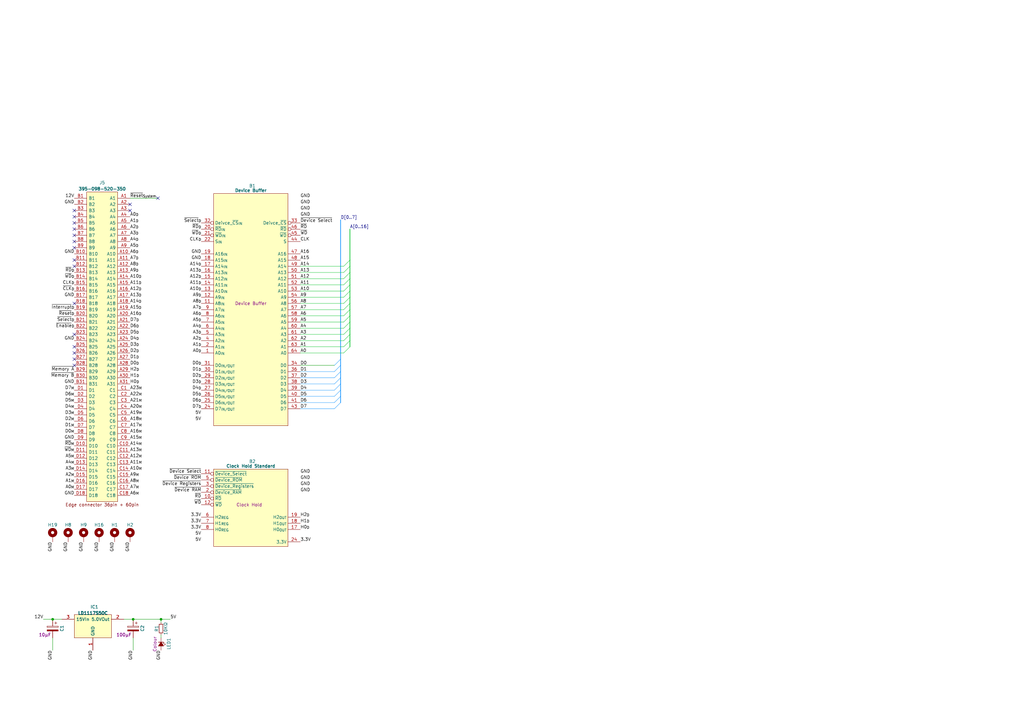
<source format=kicad_sch>
(kicad_sch (version 20230121) (generator eeschema)

  (uuid 8357857d-ab8c-4646-b786-aad4001c0a6b)

  (paper "A3")

  (title_block
    (rev "V0")
  )

  (lib_symbols
    (symbol "EDAC:395-098-520-350" (pin_names (offset 0.762)) (in_bom yes) (on_board yes)
      (property "Reference" "J" (at 11.43 6.35 0)
        (effects (font (size 1.27 1.27)))
      )
      (property "Value" "395-098-520-350" (at 11.43 3.81 0)
        (effects (font (size 1.27 1.27) bold))
      )
      (property "Footprint" "395098520350" (at 44.45 -129.54 0)
        (effects (font (size 1.27 1.27)) (justify left) hide)
      )
      (property "Datasheet" "https://media.digikey.com/pdf/Data%20Sheets/EDAC%20PDFs/395-098-520-350.pdf" (at 44.45 -132.08 0)
        (effects (font (size 1.27 1.27)) (justify left) hide)
      )
      (property "Description" "Standard Card Edge Connectors 98P Solder Tail 5.08mm ROW SPACE" (at 44.45 -134.62 0)
        (effects (font (size 1.27 1.27)) (justify left) hide)
      )
      (property "Height" "15.4" (at 44.45 -137.16 0)
        (effects (font (size 1.27 1.27)) (justify left) hide)
      )
      (property "Manufacturer_Name" "EDAC" (at 44.45 -139.7 0)
        (effects (font (size 1.27 1.27)) (justify left) hide)
      )
      (property "Manufacturer_Part_Number" "395-098-520-350" (at 44.45 -142.24 0)
        (effects (font (size 1.27 1.27)) (justify left) hide)
      )
      (property "Mouser Part Number" "587-395-098-520-350" (at 44.45 -144.78 0)
        (effects (font (size 1.27 1.27)) (justify left) hide)
      )
      (property "Mouser Price/Stock" "https://www.mouser.co.uk/ProductDetail/EDAC/395-098-520-350?qs=U4pz39agNJAWEyGruTa5gg%3D%3D" (at 44.45 -147.32 0)
        (effects (font (size 1.27 1.27)) (justify left) hide)
      )
      (property "Arrow Part Number" "" (at 1.27 -17.78 0)
        (effects (font (size 1.27 1.27)) (justify left) hide)
      )
      (property "Arrow Price/Stock" "" (at 1.27 -20.32 0)
        (effects (font (size 1.27 1.27)) (justify left) hide)
      )
      (property "ki_description" "Standard Card Edge Connectors 98P Solder Tail 5.08mm ROW SPACE" (at 0 0 0)
        (effects (font (size 1.27 1.27)) hide)
      )
      (symbol "395-098-520-350_0_0"
        (pin passive line (at 22.86 0 180) (length 5.08)
          (name "A1" (effects (font (size 1.27 1.27))))
          (number "A1" (effects (font (size 1.27 1.27))))
        )
        (pin passive line (at 22.86 -22.86 180) (length 5.08)
          (name "A10" (effects (font (size 1.27 1.27))))
          (number "A10" (effects (font (size 1.27 1.27))))
        )
        (pin passive line (at 22.86 -25.4 180) (length 5.08)
          (name "A11" (effects (font (size 1.27 1.27))))
          (number "A11" (effects (font (size 1.27 1.27))))
        )
        (pin passive line (at 22.86 -27.94 180) (length 5.08)
          (name "A12" (effects (font (size 1.27 1.27))))
          (number "A12" (effects (font (size 1.27 1.27))))
        )
        (pin passive line (at 22.86 -30.48 180) (length 5.08)
          (name "A13" (effects (font (size 1.27 1.27))))
          (number "A13" (effects (font (size 1.27 1.27))))
        )
        (pin passive line (at 22.86 -33.02 180) (length 5.08)
          (name "A14" (effects (font (size 1.27 1.27))))
          (number "A14" (effects (font (size 1.27 1.27))))
        )
        (pin passive line (at 22.86 -35.56 180) (length 5.08)
          (name "A15" (effects (font (size 1.27 1.27))))
          (number "A15" (effects (font (size 1.27 1.27))))
        )
        (pin passive line (at 22.86 -38.1 180) (length 5.08)
          (name "A16" (effects (font (size 1.27 1.27))))
          (number "A16" (effects (font (size 1.27 1.27))))
        )
        (pin passive line (at 22.86 -40.64 180) (length 5.08)
          (name "A17" (effects (font (size 1.27 1.27))))
          (number "A17" (effects (font (size 1.27 1.27))))
        )
        (pin passive line (at 22.86 -43.18 180) (length 5.08)
          (name "A18" (effects (font (size 1.27 1.27))))
          (number "A18" (effects (font (size 1.27 1.27))))
        )
        (pin passive line (at 22.86 -45.72 180) (length 5.08)
          (name "A19" (effects (font (size 1.27 1.27))))
          (number "A19" (effects (font (size 1.27 1.27))))
        )
        (pin passive line (at 22.86 -2.54 180) (length 5.08)
          (name "A2" (effects (font (size 1.27 1.27))))
          (number "A2" (effects (font (size 1.27 1.27))))
        )
        (pin passive line (at 22.86 -48.26 180) (length 5.08)
          (name "A20" (effects (font (size 1.27 1.27))))
          (number "A20" (effects (font (size 1.27 1.27))))
        )
        (pin passive line (at 22.86 -50.8 180) (length 5.08)
          (name "A21" (effects (font (size 1.27 1.27))))
          (number "A21" (effects (font (size 1.27 1.27))))
        )
        (pin passive line (at 22.86 -53.34 180) (length 5.08)
          (name "A22" (effects (font (size 1.27 1.27))))
          (number "A22" (effects (font (size 1.27 1.27))))
        )
        (pin passive line (at 22.86 -55.88 180) (length 5.08)
          (name "A23" (effects (font (size 1.27 1.27))))
          (number "A23" (effects (font (size 1.27 1.27))))
        )
        (pin passive line (at 22.86 -58.42 180) (length 5.08)
          (name "A24" (effects (font (size 1.27 1.27))))
          (number "A24" (effects (font (size 1.27 1.27))))
        )
        (pin passive line (at 22.86 -60.96 180) (length 5.08)
          (name "A25" (effects (font (size 1.27 1.27))))
          (number "A25" (effects (font (size 1.27 1.27))))
        )
        (pin passive line (at 22.86 -63.5 180) (length 5.08)
          (name "A26" (effects (font (size 1.27 1.27))))
          (number "A26" (effects (font (size 1.27 1.27))))
        )
        (pin passive line (at 22.86 -66.04 180) (length 5.08)
          (name "A27" (effects (font (size 1.27 1.27))))
          (number "A27" (effects (font (size 1.27 1.27))))
        )
        (pin passive line (at 22.86 -68.58 180) (length 5.08)
          (name "A28" (effects (font (size 1.27 1.27))))
          (number "A28" (effects (font (size 1.27 1.27))))
        )
        (pin passive line (at 22.86 -71.12 180) (length 5.08)
          (name "A29" (effects (font (size 1.27 1.27))))
          (number "A29" (effects (font (size 1.27 1.27))))
        )
        (pin passive line (at 22.86 -5.08 180) (length 5.08)
          (name "A3" (effects (font (size 1.27 1.27))))
          (number "A3" (effects (font (size 1.27 1.27))))
        )
        (pin passive line (at 22.86 -73.66 180) (length 5.08)
          (name "A30" (effects (font (size 1.27 1.27))))
          (number "A30" (effects (font (size 1.27 1.27))))
        )
        (pin passive line (at 22.86 -76.2 180) (length 5.08)
          (name "A31" (effects (font (size 1.27 1.27))))
          (number "A31" (effects (font (size 1.27 1.27))))
        )
        (pin passive line (at 22.86 -7.62 180) (length 5.08)
          (name "A4" (effects (font (size 1.27 1.27))))
          (number "A4" (effects (font (size 1.27 1.27))))
        )
        (pin passive line (at 22.86 -10.16 180) (length 5.08)
          (name "A5" (effects (font (size 1.27 1.27))))
          (number "A5" (effects (font (size 1.27 1.27))))
        )
        (pin passive line (at 22.86 -12.7 180) (length 5.08)
          (name "A6" (effects (font (size 1.27 1.27))))
          (number "A6" (effects (font (size 1.27 1.27))))
        )
        (pin passive line (at 22.86 -15.24 180) (length 5.08)
          (name "A7" (effects (font (size 1.27 1.27))))
          (number "A7" (effects (font (size 1.27 1.27))))
        )
        (pin passive line (at 22.86 -17.78 180) (length 5.08)
          (name "A8" (effects (font (size 1.27 1.27))))
          (number "A8" (effects (font (size 1.27 1.27))))
        )
        (pin passive line (at 22.86 -20.32 180) (length 5.08)
          (name "A9" (effects (font (size 1.27 1.27))))
          (number "A9" (effects (font (size 1.27 1.27))))
        )
        (pin passive line (at 0 0 0) (length 5.08)
          (name "B1" (effects (font (size 1.27 1.27))))
          (number "B1" (effects (font (size 1.27 1.27))))
        )
        (pin passive line (at 0 -22.86 0) (length 5.08)
          (name "B10" (effects (font (size 1.27 1.27))))
          (number "B10" (effects (font (size 1.27 1.27))))
        )
        (pin passive line (at 0 -25.4 0) (length 5.08)
          (name "B11" (effects (font (size 1.27 1.27))))
          (number "B11" (effects (font (size 1.27 1.27))))
        )
        (pin passive line (at 0 -27.94 0) (length 5.08)
          (name "B12" (effects (font (size 1.27 1.27))))
          (number "B12" (effects (font (size 1.27 1.27))))
        )
        (pin passive line (at 0 -30.48 0) (length 5.08)
          (name "B13" (effects (font (size 1.27 1.27))))
          (number "B13" (effects (font (size 1.27 1.27))))
        )
        (pin passive line (at 0 -33.02 0) (length 5.08)
          (name "B14" (effects (font (size 1.27 1.27))))
          (number "B14" (effects (font (size 1.27 1.27))))
        )
        (pin passive line (at 0 -35.56 0) (length 5.08)
          (name "B15" (effects (font (size 1.27 1.27))))
          (number "B15" (effects (font (size 1.27 1.27))))
        )
        (pin passive line (at 0 -38.1 0) (length 5.08)
          (name "B16" (effects (font (size 1.27 1.27))))
          (number "B16" (effects (font (size 1.27 1.27))))
        )
        (pin passive line (at 0 -40.64 0) (length 5.08)
          (name "B17" (effects (font (size 1.27 1.27))))
          (number "B17" (effects (font (size 1.27 1.27))))
        )
        (pin passive line (at 0 -43.18 0) (length 5.08)
          (name "B18" (effects (font (size 1.27 1.27))))
          (number "B18" (effects (font (size 1.27 1.27))))
        )
        (pin passive line (at 0 -45.72 0) (length 5.08)
          (name "B19" (effects (font (size 1.27 1.27))))
          (number "B19" (effects (font (size 1.27 1.27))))
        )
        (pin passive line (at 0 -2.54 0) (length 5.08)
          (name "B2" (effects (font (size 1.27 1.27))))
          (number "B2" (effects (font (size 1.27 1.27))))
        )
        (pin passive line (at 0 -48.26 0) (length 5.08)
          (name "B20" (effects (font (size 1.27 1.27))))
          (number "B20" (effects (font (size 1.27 1.27))))
        )
        (pin passive line (at 0 -50.8 0) (length 5.08)
          (name "B21" (effects (font (size 1.27 1.27))))
          (number "B21" (effects (font (size 1.27 1.27))))
        )
        (pin passive line (at 0 -53.34 0) (length 5.08)
          (name "B22" (effects (font (size 1.27 1.27))))
          (number "B22" (effects (font (size 1.27 1.27))))
        )
        (pin passive line (at 0 -55.88 0) (length 5.08)
          (name "B23" (effects (font (size 1.27 1.27))))
          (number "B23" (effects (font (size 1.27 1.27))))
        )
        (pin passive line (at 0 -58.42 0) (length 5.08)
          (name "B24" (effects (font (size 1.27 1.27))))
          (number "B24" (effects (font (size 1.27 1.27))))
        )
        (pin passive line (at 0 -60.96 0) (length 5.08)
          (name "B25" (effects (font (size 1.27 1.27))))
          (number "B25" (effects (font (size 1.27 1.27))))
        )
        (pin passive line (at 0 -63.5 0) (length 5.08)
          (name "B26" (effects (font (size 1.27 1.27))))
          (number "B26" (effects (font (size 1.27 1.27))))
        )
        (pin passive line (at 0 -66.04 0) (length 5.08)
          (name "B27" (effects (font (size 1.27 1.27))))
          (number "B27" (effects (font (size 1.27 1.27))))
        )
        (pin passive line (at 0 -68.58 0) (length 5.08)
          (name "B28" (effects (font (size 1.27 1.27))))
          (number "B28" (effects (font (size 1.27 1.27))))
        )
        (pin passive line (at 0 -71.12 0) (length 5.08)
          (name "B29" (effects (font (size 1.27 1.27))))
          (number "B29" (effects (font (size 1.27 1.27))))
        )
        (pin passive line (at 0 -5.08 0) (length 5.08)
          (name "B3" (effects (font (size 1.27 1.27))))
          (number "B3" (effects (font (size 1.27 1.27))))
        )
        (pin passive line (at 0 -73.66 0) (length 5.08)
          (name "B30" (effects (font (size 1.27 1.27))))
          (number "B30" (effects (font (size 1.27 1.27))))
        )
        (pin passive line (at 0 -76.2 0) (length 5.08)
          (name "B31" (effects (font (size 1.27 1.27))))
          (number "B31" (effects (font (size 1.27 1.27))))
        )
        (pin passive line (at 0 -7.62 0) (length 5.08)
          (name "B4" (effects (font (size 1.27 1.27))))
          (number "B4" (effects (font (size 1.27 1.27))))
        )
        (pin passive line (at 0 -10.16 0) (length 5.08)
          (name "B5" (effects (font (size 1.27 1.27))))
          (number "B5" (effects (font (size 1.27 1.27))))
        )
        (pin passive line (at 0 -12.7 0) (length 5.08)
          (name "B6" (effects (font (size 1.27 1.27))))
          (number "B6" (effects (font (size 1.27 1.27))))
        )
        (pin passive line (at 0 -15.24 0) (length 5.08)
          (name "B7" (effects (font (size 1.27 1.27))))
          (number "B7" (effects (font (size 1.27 1.27))))
        )
        (pin passive line (at 0 -17.78 0) (length 5.08)
          (name "B8" (effects (font (size 1.27 1.27))))
          (number "B8" (effects (font (size 1.27 1.27))))
        )
        (pin passive line (at 0 -20.32 0) (length 5.08)
          (name "B9" (effects (font (size 1.27 1.27))))
          (number "B9" (effects (font (size 1.27 1.27))))
        )
        (pin passive line (at 22.86 -78.74 180) (length 5.08)
          (name "C1" (effects (font (size 1.27 1.27))))
          (number "C1" (effects (font (size 1.27 1.27))))
        )
        (pin passive line (at 22.86 -101.6 180) (length 5.08)
          (name "C10" (effects (font (size 1.27 1.27))))
          (number "C10" (effects (font (size 1.27 1.27))))
        )
        (pin passive line (at 22.86 -104.14 180) (length 5.08)
          (name "C11" (effects (font (size 1.27 1.27))))
          (number "C11" (effects (font (size 1.27 1.27))))
        )
        (pin passive line (at 22.86 -106.68 180) (length 5.08)
          (name "C12" (effects (font (size 1.27 1.27))))
          (number "C12" (effects (font (size 1.27 1.27))))
        )
        (pin passive line (at 22.86 -109.22 180) (length 5.08)
          (name "C13" (effects (font (size 1.27 1.27))))
          (number "C13" (effects (font (size 1.27 1.27))))
        )
        (pin passive line (at 22.86 -111.76 180) (length 5.08)
          (name "C14" (effects (font (size 1.27 1.27))))
          (number "C14" (effects (font (size 1.27 1.27))))
        )
        (pin passive line (at 22.86 -114.3 180) (length 5.08)
          (name "C15" (effects (font (size 1.27 1.27))))
          (number "C15" (effects (font (size 1.27 1.27))))
        )
        (pin passive line (at 22.86 -116.84 180) (length 5.08)
          (name "C16" (effects (font (size 1.27 1.27))))
          (number "C16" (effects (font (size 1.27 1.27))))
        )
        (pin passive line (at 22.86 -119.38 180) (length 5.08)
          (name "C17" (effects (font (size 1.27 1.27))))
          (number "C17" (effects (font (size 1.27 1.27))))
        )
        (pin passive line (at 22.86 -121.92 180) (length 5.08)
          (name "C18" (effects (font (size 1.27 1.27))))
          (number "C18" (effects (font (size 1.27 1.27))))
        )
        (pin passive line (at 22.86 -81.28 180) (length 5.08)
          (name "C2" (effects (font (size 1.27 1.27))))
          (number "C2" (effects (font (size 1.27 1.27))))
        )
        (pin passive line (at 22.86 -83.82 180) (length 5.08)
          (name "C3" (effects (font (size 1.27 1.27))))
          (number "C3" (effects (font (size 1.27 1.27))))
        )
        (pin passive line (at 22.86 -86.36 180) (length 5.08)
          (name "C4" (effects (font (size 1.27 1.27))))
          (number "C4" (effects (font (size 1.27 1.27))))
        )
        (pin passive line (at 22.86 -88.9 180) (length 5.08)
          (name "C5" (effects (font (size 1.27 1.27))))
          (number "C5" (effects (font (size 1.27 1.27))))
        )
        (pin passive line (at 22.86 -91.44 180) (length 5.08)
          (name "C6" (effects (font (size 1.27 1.27))))
          (number "C6" (effects (font (size 1.27 1.27))))
        )
        (pin passive line (at 22.86 -93.98 180) (length 5.08)
          (name "C7" (effects (font (size 1.27 1.27))))
          (number "C7" (effects (font (size 1.27 1.27))))
        )
        (pin passive line (at 22.86 -96.52 180) (length 5.08)
          (name "C8" (effects (font (size 1.27 1.27))))
          (number "C8" (effects (font (size 1.27 1.27))))
        )
        (pin passive line (at 22.86 -99.06 180) (length 5.08)
          (name "C9" (effects (font (size 1.27 1.27))))
          (number "C9" (effects (font (size 1.27 1.27))))
        )
        (pin passive line (at 0 -78.74 0) (length 5.08)
          (name "D1" (effects (font (size 1.27 1.27))))
          (number "D1" (effects (font (size 1.27 1.27))))
        )
        (pin passive line (at 0 -101.6 0) (length 5.08)
          (name "D10" (effects (font (size 1.27 1.27))))
          (number "D10" (effects (font (size 1.27 1.27))))
        )
        (pin passive line (at 0 -104.14 0) (length 5.08)
          (name "D11" (effects (font (size 1.27 1.27))))
          (number "D11" (effects (font (size 1.27 1.27))))
        )
        (pin passive line (at 0 -106.68 0) (length 5.08)
          (name "D12" (effects (font (size 1.27 1.27))))
          (number "D12" (effects (font (size 1.27 1.27))))
        )
        (pin passive line (at 0 -109.22 0) (length 5.08)
          (name "D13" (effects (font (size 1.27 1.27))))
          (number "D13" (effects (font (size 1.27 1.27))))
        )
        (pin passive line (at 0 -111.76 0) (length 5.08)
          (name "D14" (effects (font (size 1.27 1.27))))
          (number "D14" (effects (font (size 1.27 1.27))))
        )
        (pin passive line (at 0 -114.3 0) (length 5.08)
          (name "D15" (effects (font (size 1.27 1.27))))
          (number "D15" (effects (font (size 1.27 1.27))))
        )
        (pin passive line (at 0 -116.84 0) (length 5.08)
          (name "D16" (effects (font (size 1.27 1.27))))
          (number "D16" (effects (font (size 1.27 1.27))))
        )
        (pin passive line (at 0 -119.38 0) (length 5.08)
          (name "D17" (effects (font (size 1.27 1.27))))
          (number "D17" (effects (font (size 1.27 1.27))))
        )
        (pin passive line (at 0 -121.92 0) (length 5.08)
          (name "D18" (effects (font (size 1.27 1.27))))
          (number "D18" (effects (font (size 1.27 1.27))))
        )
        (pin passive line (at 0 -81.28 0) (length 5.08)
          (name "D2" (effects (font (size 1.27 1.27))))
          (number "D2" (effects (font (size 1.27 1.27))))
        )
        (pin passive line (at 0 -83.82 0) (length 5.08)
          (name "D3" (effects (font (size 1.27 1.27))))
          (number "D3" (effects (font (size 1.27 1.27))))
        )
        (pin passive line (at 0 -86.36 0) (length 5.08)
          (name "D4" (effects (font (size 1.27 1.27))))
          (number "D4" (effects (font (size 1.27 1.27))))
        )
        (pin passive line (at 0 -88.9 0) (length 5.08)
          (name "D5" (effects (font (size 1.27 1.27))))
          (number "D5" (effects (font (size 1.27 1.27))))
        )
        (pin passive line (at 0 -91.44 0) (length 5.08)
          (name "D6" (effects (font (size 1.27 1.27))))
          (number "D6" (effects (font (size 1.27 1.27))))
        )
        (pin passive line (at 0 -93.98 0) (length 5.08)
          (name "D7" (effects (font (size 1.27 1.27))))
          (number "D7" (effects (font (size 1.27 1.27))))
        )
        (pin passive line (at 0 -96.52 0) (length 5.08)
          (name "D8" (effects (font (size 1.27 1.27))))
          (number "D8" (effects (font (size 1.27 1.27))))
        )
        (pin passive line (at 0 -99.06 0) (length 5.08)
          (name "D9" (effects (font (size 1.27 1.27))))
          (number "D9" (effects (font (size 1.27 1.27))))
        )
      )
      (symbol "395-098-520-350_1_1"
        (polyline
          (pts
            (xy 5.08 2.54)
            (xy 17.78 2.54)
            (xy 17.78 -124.46)
            (xy 5.08 -124.46)
            (xy 5.08 2.54)
          )
          (stroke (width 0.1524) (type solid))
          (fill (type background))
        )
        (text "Edge connector 36pin + 60pin" (at 11.43 -125.73 0)
          (effects (font (size 1.27 1.27)))
        )
      )
    )
    (symbol "HCP65:C_Polarized" (pin_numbers hide) (pin_names (offset 0.254)) (in_bom yes) (on_board yes)
      (property "Reference" "C" (at 0.635 2.54 0)
        (effects (font (size 1.27 1.27)) (justify left))
      )
      (property "Value" "C_Polarized" (at 4.445 -8.255 0)
        (effects (font (size 1.27 1.27)) (justify left) hide)
      )
      (property "Footprint" "" (at 0.9652 -3.81 0)
        (effects (font (size 1.27 1.27)) hide)
      )
      (property "Datasheet" "~" (at 5.08 -5.08 0)
        (effects (font (size 1.27 1.27)) hide)
      )
      (property "Description" "?μF" (at 0.635 -2.54 0)
        (effects (font (size 1.27 1.27)) (justify left))
      )
      (property "ki_keywords" "cap capacitor" (at 0 0 0)
        (effects (font (size 1.27 1.27)) hide)
      )
      (property "ki_description" "Polarized capacitor" (at 0 0 0)
        (effects (font (size 1.27 1.27)) hide)
      )
      (property "ki_fp_filters" "CP_*" (at 0 0 0)
        (effects (font (size 1.27 1.27)) hide)
      )
      (symbol "C_Polarized_0_1"
        (rectangle (start -2.286 0.508) (end 2.286 1.016)
          (stroke (width 0) (type default))
          (fill (type none))
        )
        (polyline
          (pts
            (xy -1.778 2.286)
            (xy -0.762 2.286)
          )
          (stroke (width 0) (type default))
          (fill (type none))
        )
        (polyline
          (pts
            (xy -1.27 2.794)
            (xy -1.27 1.778)
          )
          (stroke (width 0) (type default))
          (fill (type none))
        )
        (rectangle (start 2.286 -0.508) (end -2.286 -1.016)
          (stroke (width 0) (type default))
          (fill (type outline))
        )
      )
      (symbol "C_Polarized_1_1"
        (pin passive line (at 0 3.81 270) (length 2.794)
          (name "~" (effects (font (size 1.27 1.27))))
          (number "1" (effects (font (size 1.27 1.27))))
        )
        (pin passive line (at 0 -3.81 90) (length 2.794)
          (name "~" (effects (font (size 1.27 1.27))))
          (number "2" (effects (font (size 1.27 1.27))))
        )
      )
    )
    (symbol "HCP65:Clock_Hold_Standard" (in_bom yes) (on_board yes)
      (property "Reference" "B" (at 15.875 5.08 0)
        (effects (font (size 1.27 1.27)))
      )
      (property "Value" "Clock Hold Standard" (at 15.24 3.175 0)
        (effects (font (size 1.27 1.27) bold))
      )
      (property "Footprint" "HCP65_Parts:HCP65_Clock_Hold_Standard" (at 14.605 -31.115 0)
        (effects (font (size 1.27 1.27)) hide)
      )
      (property "Datasheet" "" (at 0 0 0)
        (effects (font (size 1.27 1.27)) hide)
      )
      (property "Silkscreen" "Clock Hold Standard" (at 14.605 -15.24 0)
        (effects (font (size 1.27 1.27)) hide)
      )
      (property "Description" "Clock Hold" (at 14.605 -12.7 0)
        (effects (font (size 1.27 1.27)))
      )
      (property "ki_keywords" "Clock Hold Standard" (at 0 0 0)
        (effects (font (size 1.27 1.27)) hide)
      )
      (property "ki_description" "Clock Hold Standard" (at 0 0 0)
        (effects (font (size 1.27 1.27)) hide)
      )
      (symbol "Clock_Hold_Standard_0_1"
        (polyline
          (pts
            (xy 0 1.905)
            (xy 30.48 1.905)
            (xy 30.48 -29.845)
            (xy 0 -29.845)
            (xy 0 1.905)
          )
          (stroke (width 0.1524) (type default))
          (fill (type background))
        )
      )
      (symbol "Clock_Hold_Standard_1_1"
        (pin passive line (at -5.08 -25.4 0) (length 5.08) hide
          (name "5V" (effects (font (size 1.27 1.27))))
          (number "1" (effects (font (size 1.27 1.27))))
        )
        (pin input inverted (at -5.08 -10.16 0) (length 5.08)
          (name "~{RD}" (effects (font (size 1.27 1.27))))
          (number "10" (effects (font (size 1.27 1.27))))
        )
        (pin input inverted (at -5.08 0 0) (length 5.08)
          (name "~{Device_Select}" (effects (font (size 1.27 1.27))))
          (number "11" (effects (font (size 1.27 1.27))))
        )
        (pin input inverted (at -5.08 -12.7 0) (length 5.08)
          (name "~{WD}" (effects (font (size 1.27 1.27))))
          (number "12" (effects (font (size 1.27 1.27))))
        )
        (pin passive line (at -5.08 -27.94 0) (length 5.08) hide
          (name "5V" (effects (font (size 1.27 1.27))))
          (number "13" (effects (font (size 1.27 1.27))))
        )
        (pin no_connect line (at -5.08 -15.24 0) (length 5.08) hide
          (name "N.C." (effects (font (size 1.27 1.27))))
          (number "14" (effects (font (size 1.27 1.27))))
        )
        (pin no_connect line (at 35.56 -25.4 180) (length 5.08) hide
          (name "N.C." (effects (font (size 1.27 1.27))))
          (number "15" (effects (font (size 1.27 1.27))))
        )
        (pin passive line (at 35.56 -5.08 180) (length 5.08) hide
          (name "GND" (effects (font (size 1.27 1.27))))
          (number "16" (effects (font (size 1.27 1.27))))
        )
        (pin output line (at 35.56 -22.86 180) (length 5.08)
          (name "H0_{OUT}" (effects (font (size 1.27 1.27))))
          (number "17" (effects (font (size 1.27 1.27))))
        )
        (pin output line (at 35.56 -20.32 180) (length 5.08)
          (name "H1_{OUT}" (effects (font (size 1.27 1.27))))
          (number "18" (effects (font (size 1.27 1.27))))
        )
        (pin output line (at 35.56 -17.78 180) (length 5.08)
          (name "H2_{OUT}" (effects (font (size 1.27 1.27))))
          (number "19" (effects (font (size 1.27 1.27))))
        )
        (pin input inverted (at -5.08 -7.62 0) (length 5.08)
          (name "~{Device_RAM}" (effects (font (size 1.27 1.27))))
          (number "2" (effects (font (size 1.27 1.27))))
        )
        (pin no_connect line (at 35.56 -12.7 180) (length 5.08) hide
          (name "N.C." (effects (font (size 1.27 1.27))))
          (number "20" (effects (font (size 1.27 1.27))))
        )
        (pin passive line (at 35.56 -7.62 180) (length 5.08) hide
          (name "GND" (effects (font (size 1.27 1.27))))
          (number "21" (effects (font (size 1.27 1.27))))
        )
        (pin no_connect line (at 35.56 -10.16 180) (length 5.08) hide
          (name "N.C." (effects (font (size 1.27 1.27))))
          (number "22" (effects (font (size 1.27 1.27))))
        )
        (pin no_connect line (at 35.56 -15.24 180) (length 5.08) hide
          (name "N.C." (effects (font (size 1.27 1.27))))
          (number "23" (effects (font (size 1.27 1.27))))
        )
        (pin passive line (at 35.56 -27.94 180) (length 5.08)
          (name "3.3V" (effects (font (size 1.27 1.27))))
          (number "24" (effects (font (size 1.27 1.27))))
        )
        (pin input inverted (at -5.08 -5.08 0) (length 5.08)
          (name "~{Device_Registers}" (effects (font (size 1.27 1.27))))
          (number "3" (effects (font (size 1.27 1.27))))
        )
        (pin passive line (at 35.56 0 180) (length 5.08) hide
          (name "GND" (effects (font (size 1.27 1.27))))
          (number "4" (effects (font (size 1.27 1.27))))
        )
        (pin input inverted (at -5.08 -2.54 0) (length 5.08)
          (name "~{Device_ROM}" (effects (font (size 1.27 1.27))))
          (number "5" (effects (font (size 1.27 1.27))))
        )
        (pin input line (at -5.08 -17.78 0) (length 5.08)
          (name "H2_{REG}" (effects (font (size 1.27 1.27))))
          (number "6" (effects (font (size 1.27 1.27))))
        )
        (pin input line (at -5.08 -20.32 0) (length 5.08)
          (name "H1_{REG}" (effects (font (size 1.27 1.27))))
          (number "7" (effects (font (size 1.27 1.27))))
        )
        (pin input line (at -5.08 -22.86 0) (length 5.08)
          (name "H0_{REG}" (effects (font (size 1.27 1.27))))
          (number "8" (effects (font (size 1.27 1.27))))
        )
        (pin passive line (at 35.56 -2.54 180) (length 5.08) hide
          (name "GND" (effects (font (size 1.27 1.27))))
          (number "9" (effects (font (size 1.27 1.27))))
        )
      )
    )
    (symbol "HCP65:Device_Buffer" (in_bom yes) (on_board yes)
      (property "Reference" "B" (at 15.875 5.08 0)
        (effects (font (size 1.27 1.27)))
      )
      (property "Value" "Device Buffer" (at 15.24 3.175 0)
        (effects (font (size 1.27 1.27) bold))
      )
      (property "Footprint" "HCP65_Parts:HCP65_Device_Buffer" (at 15.24 -94.615 0)
        (effects (font (size 1.27 1.27)) hide)
      )
      (property "Datasheet" "" (at 0 -78.74 0)
        (effects (font (size 1.27 1.27)) hide)
      )
      (property "Silkscreen" "Device Buffer" (at 15.24 -45.72 0)
        (effects (font (size 1.27 1.27)) hide)
      )
      (property "Description" "Device Buffer" (at 15.24 -43.18 0)
        (effects (font (size 1.27 1.27)))
      )
      (property "ki_keywords" "Device Buffer" (at 0 0 0)
        (effects (font (size 1.27 1.27)) hide)
      )
      (property "ki_description" "Device Buffer" (at 0 0 0)
        (effects (font (size 1.27 1.27)) hide)
      )
      (symbol "Device_Buffer_0_1"
        (polyline
          (pts
            (xy 0 1.905)
            (xy 30.48 1.905)
            (xy 30.48 -93.345)
            (xy 0 -93.345)
            (xy 0 1.905)
          )
          (stroke (width 0.1524) (type default))
          (fill (type background))
        )
      )
      (symbol "Device_Buffer_1_0"
        (pin passive line (at 35.56 -5.08 180) (length 5.08) hide
          (name "GND" (effects (font (size 1.27 1.27))))
          (number "42" (effects (font (size 1.27 1.27))))
        )
        (pin output line (at 35.56 -38.1 180) (length 5.08)
          (name "A10" (effects (font (size 1.27 1.27))))
          (number "53" (effects (font (size 1.27 1.27))))
        )
        (pin output line (at 35.56 -40.64 180) (length 5.08)
          (name "A9" (effects (font (size 1.27 1.27))))
          (number "54" (effects (font (size 1.27 1.27))))
        )
      )
      (symbol "Device_Buffer_1_1"
        (pin input line (at -5.08 -63.5 0) (length 5.08)
          (name "A0_{IN}" (effects (font (size 1.27 1.27))))
          (number "1" (effects (font (size 1.27 1.27))))
        )
        (pin passive line (at 35.56 0 180) (length 5.08) hide
          (name "GND" (effects (font (size 1.27 1.27))))
          (number "10" (effects (font (size 1.27 1.27))))
        )
        (pin input line (at -5.08 -43.18 0) (length 5.08)
          (name "A8_{IN}" (effects (font (size 1.27 1.27))))
          (number "11" (effects (font (size 1.27 1.27))))
        )
        (pin input line (at -5.08 -40.64 0) (length 5.08)
          (name "A9_{IN}" (effects (font (size 1.27 1.27))))
          (number "12" (effects (font (size 1.27 1.27))))
        )
        (pin input line (at -5.08 -38.1 0) (length 5.08)
          (name "A10_{IN}" (effects (font (size 1.27 1.27))))
          (number "13" (effects (font (size 1.27 1.27))))
        )
        (pin input line (at -5.08 -35.56 0) (length 5.08)
          (name "A11_{IN}" (effects (font (size 1.27 1.27))))
          (number "14" (effects (font (size 1.27 1.27))))
        )
        (pin input line (at -5.08 -33.02 0) (length 5.08)
          (name "A12_{IN}" (effects (font (size 1.27 1.27))))
          (number "15" (effects (font (size 1.27 1.27))))
        )
        (pin input line (at -5.08 -30.48 0) (length 5.08)
          (name "A13_{IN}" (effects (font (size 1.27 1.27))))
          (number "16" (effects (font (size 1.27 1.27))))
        )
        (pin input line (at -5.08 -27.94 0) (length 5.08)
          (name "A14_{IN}" (effects (font (size 1.27 1.27))))
          (number "17" (effects (font (size 1.27 1.27))))
        )
        (pin input line (at -5.08 -25.4 0) (length 5.08)
          (name "A15_{IN}" (effects (font (size 1.27 1.27))))
          (number "18" (effects (font (size 1.27 1.27))))
        )
        (pin input line (at -5.08 -22.86 0) (length 5.08)
          (name "A16_{IN}" (effects (font (size 1.27 1.27))))
          (number "19" (effects (font (size 1.27 1.27))))
        )
        (pin input line (at -5.08 -60.96 0) (length 5.08)
          (name "A1_{IN}" (effects (font (size 1.27 1.27))))
          (number "2" (effects (font (size 1.27 1.27))))
        )
        (pin input inverted (at -5.08 -12.7 0) (length 5.08)
          (name "~{RD}_{IN}" (effects (font (size 1.27 1.27))))
          (number "20" (effects (font (size 1.27 1.27))))
        )
        (pin input inverted (at -5.08 -15.24 0) (length 5.08)
          (name "~{WD}_{IN}" (effects (font (size 1.27 1.27))))
          (number "21" (effects (font (size 1.27 1.27))))
        )
        (pin input line (at -5.08 -17.78 0) (length 5.08)
          (name "S_{IN}" (effects (font (size 1.27 1.27))))
          (number "22" (effects (font (size 1.27 1.27))))
        )
        (pin passive line (at 35.56 -2.54 180) (length 5.08) hide
          (name "GND" (effects (font (size 1.27 1.27))))
          (number "23" (effects (font (size 1.27 1.27))))
        )
        (pin tri_state line (at -5.08 -86.36 0) (length 5.08)
          (name "D7_{IN/OUT}" (effects (font (size 1.27 1.27))))
          (number "24" (effects (font (size 1.27 1.27))))
        )
        (pin tri_state line (at -5.08 -83.82 0) (length 5.08)
          (name "D6_{IN/OUT}" (effects (font (size 1.27 1.27))))
          (number "25" (effects (font (size 1.27 1.27))))
        )
        (pin tri_state line (at -5.08 -81.28 0) (length 5.08)
          (name "D5_{IN/OUT}" (effects (font (size 1.27 1.27))))
          (number "26" (effects (font (size 1.27 1.27))))
        )
        (pin tri_state line (at -5.08 -78.74 0) (length 5.08)
          (name "D4_{IN/OUT}" (effects (font (size 1.27 1.27))))
          (number "27" (effects (font (size 1.27 1.27))))
        )
        (pin tri_state line (at -5.08 -76.2 0) (length 5.08)
          (name "D3_{IN/OUT}" (effects (font (size 1.27 1.27))))
          (number "28" (effects (font (size 1.27 1.27))))
        )
        (pin tri_state line (at -5.08 -73.66 0) (length 5.08)
          (name "D2_{IN/OUT}" (effects (font (size 1.27 1.27))))
          (number "29" (effects (font (size 1.27 1.27))))
        )
        (pin passive line (at -5.08 -88.9 0) (length 5.08) hide
          (name "5V" (effects (font (size 1.27 1.27))))
          (number "3" (effects (font (size 1.27 1.27))))
        )
        (pin tri_state line (at -5.08 -71.12 0) (length 5.08)
          (name "D1_{IN/OUT}" (effects (font (size 1.27 1.27))))
          (number "30" (effects (font (size 1.27 1.27))))
        )
        (pin tri_state line (at -5.08 -68.58 0) (length 5.08)
          (name "D0_{IN/OUT}" (effects (font (size 1.27 1.27))))
          (number "31" (effects (font (size 1.27 1.27))))
        )
        (pin input inverted (at -5.08 -10.16 0) (length 5.08)
          (name "Deivce_~{CS}_{IN}" (effects (font (size 1.27 1.27))))
          (number "32" (effects (font (size 1.27 1.27))))
        )
        (pin output inverted (at 35.56 -10.16 180) (length 5.08)
          (name "Deivce_~{CS}" (effects (font (size 1.27 1.27))))
          (number "33" (effects (font (size 1.27 1.27))))
        )
        (pin tri_state line (at 35.56 -68.58 180) (length 5.08)
          (name "D0" (effects (font (size 1.27 1.27))))
          (number "34" (effects (font (size 1.27 1.27))))
        )
        (pin passive line (at -5.08 -91.44 0) (length 5.08) hide
          (name "5V" (effects (font (size 1.27 1.27))))
          (number "35" (effects (font (size 1.27 1.27))))
        )
        (pin tri_state line (at 35.56 -71.12 180) (length 5.08)
          (name "D1" (effects (font (size 1.27 1.27))))
          (number "36" (effects (font (size 1.27 1.27))))
        )
        (pin tri_state line (at 35.56 -73.66 180) (length 5.08)
          (name "D2" (effects (font (size 1.27 1.27))))
          (number "37" (effects (font (size 1.27 1.27))))
        )
        (pin tri_state line (at 35.56 -76.2 180) (length 5.08)
          (name "D3" (effects (font (size 1.27 1.27))))
          (number "38" (effects (font (size 1.27 1.27))))
        )
        (pin tri_state line (at 35.56 -78.74 180) (length 5.08)
          (name "D4" (effects (font (size 1.27 1.27))))
          (number "39" (effects (font (size 1.27 1.27))))
        )
        (pin input line (at -5.08 -58.42 0) (length 5.08)
          (name "A2_{IN}" (effects (font (size 1.27 1.27))))
          (number "4" (effects (font (size 1.27 1.27))))
        )
        (pin tri_state line (at 35.56 -81.28 180) (length 5.08)
          (name "D5" (effects (font (size 1.27 1.27))))
          (number "40" (effects (font (size 1.27 1.27))))
        )
        (pin tri_state line (at 35.56 -83.82 180) (length 5.08)
          (name "D6" (effects (font (size 1.27 1.27))))
          (number "41" (effects (font (size 1.27 1.27))))
        )
        (pin tri_state line (at 35.56 -86.36 180) (length 5.08)
          (name "D7" (effects (font (size 1.27 1.27))))
          (number "43" (effects (font (size 1.27 1.27))))
        )
        (pin output line (at 35.56 -17.78 180) (length 5.08)
          (name "S" (effects (font (size 1.27 1.27))))
          (number "44" (effects (font (size 1.27 1.27))))
        )
        (pin output inverted (at 35.56 -15.24 180) (length 5.08)
          (name "~{WD}" (effects (font (size 1.27 1.27))))
          (number "45" (effects (font (size 1.27 1.27))))
        )
        (pin output inverted (at 35.56 -12.7 180) (length 5.08)
          (name "~{RD}" (effects (font (size 1.27 1.27))))
          (number "46" (effects (font (size 1.27 1.27))))
        )
        (pin output line (at 35.56 -22.86 180) (length 5.08)
          (name "A16" (effects (font (size 1.27 1.27))))
          (number "47" (effects (font (size 1.27 1.27))))
        )
        (pin output line (at 35.56 -25.4 180) (length 5.08)
          (name "A15" (effects (font (size 1.27 1.27))))
          (number "48" (effects (font (size 1.27 1.27))))
        )
        (pin output line (at 35.56 -27.94 180) (length 5.08)
          (name "A14" (effects (font (size 1.27 1.27))))
          (number "49" (effects (font (size 1.27 1.27))))
        )
        (pin input line (at -5.08 -55.88 0) (length 5.08)
          (name "A3_{IN}" (effects (font (size 1.27 1.27))))
          (number "5" (effects (font (size 1.27 1.27))))
        )
        (pin output line (at 35.56 -30.48 180) (length 5.08)
          (name "A13" (effects (font (size 1.27 1.27))))
          (number "50" (effects (font (size 1.27 1.27))))
        )
        (pin output line (at 35.56 -33.02 180) (length 5.08)
          (name "A12" (effects (font (size 1.27 1.27))))
          (number "51" (effects (font (size 1.27 1.27))))
        )
        (pin output line (at 35.56 -35.56 180) (length 5.08)
          (name "A11" (effects (font (size 1.27 1.27))))
          (number "52" (effects (font (size 1.27 1.27))))
        )
        (pin passive line (at 35.56 -7.62 180) (length 5.08) hide
          (name "GND" (effects (font (size 1.27 1.27))))
          (number "55" (effects (font (size 1.27 1.27))))
        )
        (pin output line (at 35.56 -43.18 180) (length 5.08)
          (name "A8" (effects (font (size 1.27 1.27))))
          (number "56" (effects (font (size 1.27 1.27))))
        )
        (pin output line (at 35.56 -45.72 180) (length 5.08)
          (name "A7" (effects (font (size 1.27 1.27))))
          (number "57" (effects (font (size 1.27 1.27))))
        )
        (pin output line (at 35.56 -48.26 180) (length 5.08)
          (name "A6" (effects (font (size 1.27 1.27))))
          (number "58" (effects (font (size 1.27 1.27))))
        )
        (pin output line (at 35.56 -50.8 180) (length 5.08)
          (name "A5" (effects (font (size 1.27 1.27))))
          (number "59" (effects (font (size 1.27 1.27))))
        )
        (pin input line (at -5.08 -53.34 0) (length 5.08)
          (name "A4_{IN}" (effects (font (size 1.27 1.27))))
          (number "6" (effects (font (size 1.27 1.27))))
        )
        (pin output line (at 35.56 -53.34 180) (length 5.08)
          (name "A4" (effects (font (size 1.27 1.27))))
          (number "60" (effects (font (size 1.27 1.27))))
        )
        (pin output line (at 35.56 -55.88 180) (length 5.08)
          (name "A3" (effects (font (size 1.27 1.27))))
          (number "61" (effects (font (size 1.27 1.27))))
        )
        (pin output line (at 35.56 -58.42 180) (length 5.08)
          (name "A2" (effects (font (size 1.27 1.27))))
          (number "62" (effects (font (size 1.27 1.27))))
        )
        (pin output line (at 35.56 -60.96 180) (length 5.08)
          (name "A1" (effects (font (size 1.27 1.27))))
          (number "63" (effects (font (size 1.27 1.27))))
        )
        (pin output line (at 35.56 -63.5 180) (length 5.08)
          (name "A0" (effects (font (size 1.27 1.27))))
          (number "64" (effects (font (size 1.27 1.27))))
        )
        (pin input line (at -5.08 -50.8 0) (length 5.08)
          (name "A5_{IN}" (effects (font (size 1.27 1.27))))
          (number "7" (effects (font (size 1.27 1.27))))
        )
        (pin input line (at -5.08 -48.26 0) (length 5.08)
          (name "A6_{IN}" (effects (font (size 1.27 1.27))))
          (number "8" (effects (font (size 1.27 1.27))))
        )
        (pin input line (at -5.08 -45.72 0) (length 5.08)
          (name "A7_{IN}" (effects (font (size 1.27 1.27))))
          (number "9" (effects (font (size 1.27 1.27))))
        )
      )
    )
    (symbol "HCP65:LED" (pin_numbers hide) (pin_names (offset 0.254) hide) (in_bom yes) (on_board yes)
      (property "Reference" "LED" (at -1.27 3.175 0)
        (effects (font (size 1.27 1.27)) (justify left))
      )
      (property "Value" "LED" (at 5.715 -5.715 0)
        (effects (font (size 1.27 1.27)) (justify left) hide)
      )
      (property "Footprint" "" (at 0 0 90)
        (effects (font (size 1.27 1.27)) hide)
      )
      (property "Datasheet" "~" (at 6.35 -7.62 90)
        (effects (font (size 1.27 1.27)) hide)
      )
      (property "Description" "Colour" (at 0 -2.54 0)
        (effects (font (size 1.27 1.27)))
      )
      (property "ki_keywords" "LED diode light-emitting-diode" (at 0 0 0)
        (effects (font (size 1.27 1.27)) hide)
      )
      (property "ki_description" "Light emitting diode, small symbol, filled shape" (at 0 0 0)
        (effects (font (size 1.27 1.27)) hide)
      )
      (property "ki_fp_filters" "LED* LED_SMD:* LED_THT:*" (at 0 0 0)
        (effects (font (size 1.27 1.27)) hide)
      )
      (symbol "LED_0_1"
        (polyline
          (pts
            (xy -0.762 -1.016)
            (xy -0.762 1.016)
          )
          (stroke (width 0.254) (type default))
          (fill (type none))
        )
        (polyline
          (pts
            (xy 0.762 -1.016)
            (xy -0.762 0)
            (xy 0.762 1.016)
            (xy 0.762 -1.016)
          )
          (stroke (width 0.254) (type default))
          (fill (type outline))
        )
        (polyline
          (pts
            (xy 0 0.762)
            (xy -0.508 1.27)
            (xy -0.254 1.27)
            (xy -0.508 1.27)
            (xy -0.508 1.016)
          )
          (stroke (width 0) (type default))
          (fill (type none))
        )
        (polyline
          (pts
            (xy 0.508 1.27)
            (xy 0 1.778)
            (xy 0.254 1.778)
            (xy 0 1.778)
            (xy 0 1.524)
          )
          (stroke (width 0) (type default))
          (fill (type none))
        )
      )
      (symbol "LED_1_1"
        (pin passive line (at -2.54 0 0) (length 1.778)
          (name "K" (effects (font (size 1.27 1.27))))
          (number "1" (effects (font (size 1.27 1.27))))
        )
        (pin passive line (at 2.54 0 180) (length 1.778)
          (name "A" (effects (font (size 1.27 1.27))))
          (number "2" (effects (font (size 1.27 1.27))))
        )
      )
    )
    (symbol "HCP65:MountingHole_Pad" (pin_numbers hide) (pin_names (offset 1.016) hide) (in_bom yes) (on_board yes)
      (property "Reference" "H" (at 0 4.445 0)
        (effects (font (size 1.27 1.27)))
      )
      (property "Value" "MountingHole_Pad" (at 0 6.35 0)
        (effects (font (size 1.27 1.27)) hide)
      )
      (property "Footprint" "HCP65_Parts:HCP65_MountingHole_M3_" (at 0 -10.16 0)
        (effects (font (size 1.27 1.27)) hide)
      )
      (property "Datasheet" "~" (at 7.62 -13.97 0)
        (effects (font (size 1.27 1.27)) hide)
      )
      (property "ki_keywords" "mounting hole" (at 0 0 0)
        (effects (font (size 1.27 1.27)) hide)
      )
      (property "ki_description" "Mounting Hole with connection" (at 0 0 0)
        (effects (font (size 1.27 1.27)) hide)
      )
      (property "ki_fp_filters" "MountingHole*Pad*" (at 0 0 0)
        (effects (font (size 1.27 1.27)) hide)
      )
      (symbol "MountingHole_Pad_0_1"
        (circle (center 0 1.27) (radius 1.27)
          (stroke (width 1.27) (type default))
          (fill (type none))
        )
      )
      (symbol "MountingHole_Pad_1_1"
        (pin passive line (at 0 -2.54 90) (length 2.54)
          (name "GND" (effects (font (size 1.27 1.27))))
          (number "1" (effects (font (size 1.27 1.27))))
        )
      )
    )
    (symbol "HCP65:R_0805" (pin_numbers hide) (pin_names hide) (in_bom yes) (on_board yes)
      (property "Reference" "R" (at 2.54 1.778 0)
        (effects (font (size 1.27 1.27)))
      )
      (property "Value" "?Ω" (at 2.54 -1.905 0)
        (effects (font (size 1.27 1.27)))
      )
      (property "Footprint" "SamacSys_Parts:R_0805" (at 17.526 -7.62 0)
        (effects (font (size 1.27 1.27)) hide)
      )
      (property "Datasheet" "" (at 0 0 0)
        (effects (font (size 1.27 1.27)) hide)
      )
      (symbol "R_0805_0_1"
        (rectangle (start 0.762 0.762) (end 4.318 -0.762)
          (stroke (width 0.2032) (type default))
          (fill (type none))
        )
      )
      (symbol "R_0805_1_1"
        (pin passive line (at 0 0 0) (length 0.72)
          (name "~" (effects (font (size 1.27 1.27))))
          (number "1" (effects (font (size 1.27 1.27))))
        )
        (pin passive line (at 5.08 0 180) (length 0.72)
          (name "~" (effects (font (size 1.27 1.27))))
          (number "2" (effects (font (size 1.27 1.27))))
        )
      )
    )
    (symbol "ST_Microelectronics:LD1117S50C" (pin_names (offset 0.762)) (in_bom yes) (on_board yes)
      (property "Reference" "IC" (at 7.62 4.445 0)
        (effects (font (size 1.27 1.27)))
      )
      (property "Value" "LD1117S50C" (at 7.62 2.54 0)
        (effects (font (size 1.27 1.27) bold))
      )
      (property "Footprint" "LD1117S33C" (at 27.94 -16.51 0)
        (effects (font (size 1.27 1.27)) (justify left) hide)
      )
      (property "Datasheet" "https://www.st.com/resource/en/datasheet/ld1117.pdf" (at 27.94 -19.05 0)
        (effects (font (size 1.27 1.27)) (justify left) hide)
      )
      (property "Description" "IC: voltage regulator; LDO, linear, fixed; 5.0V; 0.95A; SOT223; SMD" (at 27.94 -21.59 0)
        (effects (font (size 1.27 1.27)) (justify left) hide)
      )
      (property "Height" "1.8" (at 27.94 -24.13 0)
        (effects (font (size 1.27 1.27)) (justify left) hide)
      )
      (property "Manufacturer_Name" "STMicroelectronics" (at 27.94 -26.67 0)
        (effects (font (size 1.27 1.27)) (justify left) hide)
      )
      (property "Manufacturer_Part_Number" "LD1117S50C" (at 27.94 -29.21 0)
        (effects (font (size 1.27 1.27)) (justify left) hide)
      )
      (property "Silkscreen" "LD1117S50" (at 7.62 -24.13 0)
        (effects (font (size 1.27 1.27)) hide)
      )
      (property "ki_description" "IC: voltage regulator; LDO, linear, fixed; 5.0V; 0.95A; SOT223; SMD" (at 0 0 0)
        (effects (font (size 1.27 1.27)) hide)
      )
      (symbol "LD1117S50C_0_0"
        (pin passive line (at 7.62 -12.7 90) (length 5.08)
          (name "GND" (effects (font (size 1.27 1.27))))
          (number "1" (effects (font (size 1.27 1.27))))
        )
      )
      (symbol "LD1117S50C_0_1"
        (polyline
          (pts
            (xy 0 1.905)
            (xy 15.24 1.905)
            (xy 15.24 -7.62)
            (xy 0 -7.62)
            (xy 0 1.905)
          )
          (stroke (width 0.1524) (type default))
          (fill (type background))
        )
      )
      (symbol "LD1117S50C_1_0"
        (pin passive line (at 20.32 0 180) (length 5.08)
          (name "5.0VOut" (effects (font (size 1.27 1.27))))
          (number "2" (effects (font (size 1.27 1.27))))
        )
        (pin passive line (at -5.08 0 0) (length 5.08)
          (name "15VIn" (effects (font (size 1.27 1.27))))
          (number "3" (effects (font (size 1.27 1.27))))
        )
        (pin no_connect line (at 10.16 -12.7 90) (length 5.08) hide
          (name "N.C" (effects (font (size 1.27 1.27))))
          (number "4" (effects (font (size 1.27 1.27))))
        )
      )
    )
  )

  (junction (at 54.61 254) (diameter 0) (color 0 0 0 0)
    (uuid 2953b28e-2972-4e34-8407-d75cc96e9bd1)
  )
  (junction (at 66.04 254) (diameter 0) (color 0 0 0 0)
    (uuid 2e113b87-e8a9-49f6-a7c7-41f0439a1970)
  )
  (junction (at 21.59 254) (diameter 0) (color 0 0 0 0)
    (uuid 7ee10602-8c48-44d9-b06a-5cf40877ecd2)
  )

  (no_connect (at 64.77 81.28) (uuid 07ceaab6-ee02-462b-aba8-b494d388dcf9))
  (no_connect (at -21.59 181.61) (uuid 08cd01b4-a80b-4651-8ce9-9c0d179bd3b0))
  (no_connect (at -40.64 130.81) (uuid 0b822648-e1b1-47af-9610-43d10e65f0da))
  (no_connect (at -40.64 128.27) (uuid 13a9a25b-9d9d-48cc-bf40-74ea820c5956))
  (no_connect (at 30.48 88.9) (uuid 146db79f-1e32-4f27-87b7-72550f1423f3))
  (no_connect (at -40.64 156.21) (uuid 147056e0-37c7-4b7d-bad9-05e405f1d37e))
  (no_connect (at -21.59 156.21) (uuid 158180cc-8937-4d1b-bf22-5d6ebf11fba7))
  (no_connect (at 53.34 83.82) (uuid 1706ea57-a78d-49da-8b21-84f4ea783f62))
  (no_connect (at -21.59 118.11) (uuid 17abd627-3ec0-41d0-bddf-8100033700c9))
  (no_connect (at -21.59 146.05) (uuid 1b007a34-10d0-4e2b-b3f1-c0f821bc9291))
  (no_connect (at -40.64 158.75) (uuid 1cedee76-474b-498c-8e66-502b6b85feb5))
  (no_connect (at -40.64 115.57) (uuid 1de87666-07ce-49e0-a206-3a998a4e9982))
  (no_connect (at -21.59 107.95) (uuid 1e8b63ac-4284-424b-b021-bab1941cb7cd))
  (no_connect (at -21.59 115.57) (uuid 2154aa56-8d7b-4e44-b176-f87bab213ee1))
  (no_connect (at -40.64 102.87) (uuid 216fb438-7e4a-432f-836b-4efa4fa902d6))
  (no_connect (at -40.64 143.51) (uuid 2300be9c-32a4-4336-b0d0-1fd5d0fe94de))
  (no_connect (at -21.59 171.45) (uuid 23223265-7a71-4d1f-9459-cbe95a30d66f))
  (no_connect (at 30.48 147.32) (uuid 247b0ff5-75a3-4da1-870c-b9cf452dd7bf))
  (no_connect (at 30.48 149.86) (uuid 25dd05b4-1f81-477a-adbd-05d8315d4ef6))
  (no_connect (at -21.59 179.07) (uuid 27a674c9-2405-46f1-bc07-2640f5c00207))
  (no_connect (at -40.64 95.25) (uuid 28a13408-2477-4365-9c2e-a4cc61a97f15))
  (no_connect (at 53.34 86.36) (uuid 2ba4026f-aea9-4618-b358-edd8e4fe1fbf))
  (no_connect (at -40.64 181.61) (uuid 2ec3fd91-17f3-4f9d-854e-6f27d98fee4f))
  (no_connect (at -40.64 176.53) (uuid 30a4334e-b0c5-44e9-bd80-fc2a6ab772b0))
  (no_connect (at -21.59 158.75) (uuid 316d0c21-003a-4f13-b2de-f46fc31f739d))
  (no_connect (at -21.59 100.33) (uuid 3e5ffa72-2a6a-4f40-8e40-a28adff203e7))
  (no_connect (at -21.59 120.65) (uuid 3ee83978-7440-49a3-b376-32f39dcf43c3))
  (no_connect (at -21.59 102.87) (uuid 43ef7a08-f2c3-4fc8-b661-a8cf598b2587))
  (no_connect (at -40.64 123.19) (uuid 451a4a52-c5f7-416e-8d17-13dca8c826c4))
  (no_connect (at -21.59 105.41) (uuid 47be3890-5e57-4fbd-b40f-147b406e732c))
  (no_connect (at 30.48 99.06) (uuid 4957a8a9-7808-460b-a951-6b3b10713f7f))
  (no_connect (at -21.59 130.81) (uuid 4bb39d22-d249-4eb2-b54d-ef35bc20336f))
  (no_connect (at -40.64 163.83) (uuid 53abc1d1-1822-4f9f-a5cf-647717839863))
  (no_connect (at -40.64 107.95) (uuid 5632f09a-25c3-451d-91f6-d1ea04773c98))
  (no_connect (at -21.59 113.03) (uuid 5d76fb1f-139a-4023-91a8-6ae3e04cd35b))
  (no_connect (at -21.59 97.79) (uuid 607a958d-6389-4fbf-9b22-d4ed3c3945e1))
  (no_connect (at -21.59 95.25) (uuid 62b85901-714b-4131-9d4e-78149bfbd250))
  (no_connect (at -40.64 151.13) (uuid 63eb763a-e34b-46cd-8219-0e6c7cf712f1))
  (no_connect (at -21.59 161.29) (uuid 64c8c10b-46b5-4081-b267-c513dd544f03))
  (no_connect (at 30.48 101.6) (uuid 74dec7df-2fae-4e08-922c-f7ec00e158ee))
  (no_connect (at -21.59 184.15) (uuid 78d037ea-7753-44d7-a8f5-9ad92851fa8a))
  (no_connect (at -40.64 153.67) (uuid 7bb218a1-0a6a-4f48-b4dd-014d2620e6c0))
  (no_connect (at -21.59 135.89) (uuid 809aed05-4912-4897-a568-cc855de25dc4))
  (no_connect (at -40.64 120.65) (uuid 811e8628-efb6-4276-8595-2f6dc793e517))
  (no_connect (at -21.59 138.43) (uuid 82c1f856-029f-4882-b167-f18bea0a3708))
  (no_connect (at -21.59 128.27) (uuid 85e32125-bf17-4ba4-be05-5266cf4eccdf))
  (no_connect (at -21.59 176.53) (uuid 86e32ffb-0923-48b2-96ad-e188dbeb8344))
  (no_connect (at -40.64 135.89) (uuid 8a5c353e-2b72-4aae-83a9-ebe4d430fa0d))
  (no_connect (at -40.64 97.79) (uuid 8f08c7a3-4c8f-41ed-8b0b-f2e611cde7f7))
  (no_connect (at -40.64 168.91) (uuid 92838cf9-96f4-49ab-80aa-ae06cbae0593))
  (no_connect (at -21.59 163.83) (uuid 92c1837a-c2fa-4380-8575-ed1e42752296))
  (no_connect (at -40.64 105.41) (uuid 9a209bbb-3ede-45ee-bd40-727138e53b09))
  (no_connect (at -21.59 123.19) (uuid 9b1555cd-924f-4907-afb1-81d464731dd0))
  (no_connect (at 30.48 109.22) (uuid a076c7b7-47ff-4036-84e4-90731c674b32))
  (no_connect (at -40.64 113.03) (uuid a29dea88-b693-4721-b977-0c15e3cd2b08))
  (no_connect (at 30.48 142.24) (uuid a5252588-0d71-49a4-98f7-28835f705cb6))
  (no_connect (at -21.59 153.67) (uuid a6d2ecfc-b725-4c69-94e2-6f9b067c5f25))
  (no_connect (at -40.64 166.37) (uuid a77efa1c-8c77-42bc-8562-a4ea1f43ec4d))
  (no_connect (at -40.64 184.15) (uuid a7e7cf9a-5e6e-4562-b3e6-096983f739fc))
  (no_connect (at -40.64 171.45) (uuid aab08dcb-eda4-4ba9-b7cc-f4e54367d81a))
  (no_connect (at -40.64 133.35) (uuid ab496bd3-b5d6-4cd9-94a7-988574d8cdbb))
  (no_connect (at -21.59 173.99) (uuid b1c9e7e7-e5b9-48a0-87a3-72268c018d76))
  (no_connect (at -40.64 118.11) (uuid b63acb0e-91b8-4b7d-9629-52c9be140ca7))
  (no_connect (at -21.59 168.91) (uuid bbb77bf0-7234-4be1-b689-0823bdd7f778))
  (no_connect (at -21.59 133.35) (uuid bd51e4fc-3d84-4e9f-b9c8-ebac9f8db98c))
  (no_connect (at -21.59 151.13) (uuid c3a3f348-7bf1-495a-a8fd-1d17eb00be8a))
  (no_connect (at 30.48 137.16) (uuid c4ffdcab-3e1f-4f19-8310-a5b919fe56cc))
  (no_connect (at -40.64 140.97) (uuid c87fa9d6-8e0d-4477-b6ba-9bab5eba8f2e))
  (no_connect (at 30.48 124.46) (uuid c9305395-5519-4877-9f02-fc3afeed8fa9))
  (no_connect (at 30.48 144.78) (uuid ca1ba9dd-0246-48d6-bc46-16c0efda5b6e))
  (no_connect (at -40.64 125.73) (uuid cc42eb8c-47b9-44d5-9981-11983b6ce695))
  (no_connect (at 30.48 86.36) (uuid ce1c3deb-42dd-4eae-88b8-267619a7c53d))
  (no_connect (at -40.64 161.29) (uuid ce235c4a-e056-4d4b-8aae-c2f233732b02))
  (no_connect (at 30.48 93.98) (uuid ce241eaa-d3b9-4c96-8478-9f9ae54324ef))
  (no_connect (at -40.64 146.05) (uuid ce9b0219-c834-4b4a-9b78-8ba50a7f7c5a))
  (no_connect (at -40.64 110.49) (uuid cec3de4c-5e6a-4eae-be17-cb10d7e2e172))
  (no_connect (at -21.59 148.59) (uuid cf488e7e-61f6-470e-af27-5ae6df6e9012))
  (no_connect (at -21.59 125.73) (uuid cff3107f-c946-4a16-a88e-cb3413d2b08b))
  (no_connect (at -21.59 166.37) (uuid d25086d8-f0d4-4297-aacf-87fb1ad08cb6))
  (no_connect (at 30.48 106.68) (uuid db502672-c3ee-4dc0-8048-289c6e4a0be1))
  (no_connect (at -40.64 179.07) (uuid dc3b0bc2-c858-4192-9714-3974b81b12ee))
  (no_connect (at -21.59 143.51) (uuid dd32e184-b212-4285-84aa-6e4ac2614fda))
  (no_connect (at -40.64 148.59) (uuid ddd151aa-2568-436b-bcf9-b613221b225a))
  (no_connect (at -21.59 110.49) (uuid e1d75b84-e643-4d9f-a355-2a711ebd1d15))
  (no_connect (at 30.48 96.52) (uuid e272596f-545a-4485-8d98-6fc4d8162323))
  (no_connect (at -40.64 138.43) (uuid ef5763d5-192f-4a1a-854d-cdc3e66f1cb3))
  (no_connect (at 30.48 91.44) (uuid f04d860f-0c8d-4a6a-b635-e8945b3f8ee3))
  (no_connect (at -40.64 100.33) (uuid f7b504bc-9d22-4c03-87df-993a73afa53d))
  (no_connect (at -21.59 140.97) (uuid f855d351-6dce-4c71-b212-e4eca569fa20))
  (no_connect (at -40.64 173.99) (uuid f92e0928-ee78-4fba-83ca-6efeec7df059))

  (bus_entry (at 137.16 149.86) (size 2.54 -2.54)
    (stroke (width 0) (type default) (color 36 156 255 1))
    (uuid 0842a09f-a7a0-4347-acb7-ec3e64495972)
  )
  (bus_entry (at 143.51 109.22) (size -2.54 2.54)
    (stroke (width 0) (type default) (color 24 199 56 1))
    (uuid 14e1cd6f-6083-41dd-bdde-79651aafc4bc)
  )
  (bus_entry (at 143.51 121.92) (size -2.54 2.54)
    (stroke (width 0) (type default) (color 24 199 56 1))
    (uuid 21f859c2-e9aa-4a3b-a5bc-d2ef0963de9c)
  )
  (bus_entry (at 143.51 137.16) (size -2.54 2.54)
    (stroke (width 0) (type default) (color 24 199 56 1))
    (uuid 2bf595a8-a8ab-40ea-b104-19850a67e7f2)
  )
  (bus_entry (at 137.16 154.94) (size 2.54 -2.54)
    (stroke (width 0) (type default) (color 36 156 255 1))
    (uuid 3ac2d165-3aa9-41e0-95e7-32ce5880219f)
  )
  (bus_entry (at 143.51 106.68) (size -2.54 2.54)
    (stroke (width 0) (type default) (color 24 199 56 1))
    (uuid 466fc882-78b6-467a-828a-3cfb7d6a7cd3)
  )
  (bus_entry (at 143.51 111.76) (size -2.54 2.54)
    (stroke (width 0) (type default) (color 24 199 56 1))
    (uuid 46e6db64-49a4-4242-95a0-e18d9903e7bb)
  )
  (bus_entry (at 143.51 124.46) (size -2.54 2.54)
    (stroke (width 0) (type default) (color 24 199 56 1))
    (uuid 57c5d5f1-9e1b-4aa0-8f43-0f25dc4c1a3c)
  )
  (bus_entry (at 137.16 157.48) (size 2.54 -2.54)
    (stroke (width 0) (type default) (color 36 156 255 1))
    (uuid 6b05c2a3-3f3e-46eb-9d56-3127930436fd)
  )
  (bus_entry (at 143.51 139.7) (size -2.54 2.54)
    (stroke (width 0) (type default) (color 24 199 56 1))
    (uuid 6c94c11f-0512-43eb-969e-fac68d06f7e8)
  )
  (bus_entry (at 143.51 132.08) (size -2.54 2.54)
    (stroke (width 0) (type default) (color 24 199 56 1))
    (uuid 73e5fa3d-4396-45b6-8863-16006512496c)
  )
  (bus_entry (at 137.16 167.64) (size 2.54 -2.54)
    (stroke (width 0) (type default) (color 36 156 255 1))
    (uuid 8496e2ac-e53c-4ddc-b34e-af20881e0f98)
  )
  (bus_entry (at 143.51 114.3) (size -2.54 2.54)
    (stroke (width 0) (type default) (color 24 199 56 1))
    (uuid 8f1cdd37-edda-4e5c-925c-7806d9e350cc)
  )
  (bus_entry (at 137.16 162.56) (size 2.54 -2.54)
    (stroke (width 0) (type default) (color 36 156 255 1))
    (uuid 927de166-455d-4337-9175-ccaea0d1407e)
  )
  (bus_entry (at 143.51 134.62) (size -2.54 2.54)
    (stroke (width 0) (type default) (color 24 199 56 1))
    (uuid 9ecce37c-9089-406b-9f92-e9e7e61e5ba8)
  )
  (bus_entry (at 137.16 152.4) (size 2.54 -2.54)
    (stroke (width 0) (type default) (color 36 156 255 1))
    (uuid a0793a11-c11e-45a4-ba95-e3a18be11d8c)
  )
  (bus_entry (at 143.51 119.38) (size -2.54 2.54)
    (stroke (width 0) (type default) (color 24 199 56 1))
    (uuid a4d63911-dff8-43cd-91e8-3a039dd52fdd)
  )
  (bus_entry (at 143.51 129.54) (size -2.54 2.54)
    (stroke (width 0) (type default) (color 24 199 56 1))
    (uuid c5edd800-9809-4a98-a4e4-91e14935ad93)
  )
  (bus_entry (at 137.16 165.1) (size 2.54 -2.54)
    (stroke (width 0) (type default) (color 36 156 255 1))
    (uuid c8b2b9f6-df79-4c5d-b042-4c6701772003)
  )
  (bus_entry (at 143.51 127) (size -2.54 2.54)
    (stroke (width 0) (type default) (color 24 199 56 1))
    (uuid c90b85ed-bd58-4c22-adc0-a56ebe4437e7)
  )
  (bus_entry (at 143.51 142.24) (size -2.54 2.54)
    (stroke (width 0) (type default) (color 24 199 56 1))
    (uuid c912392c-be12-40b2-8512-657a1fe1bf84)
  )
  (bus_entry (at 137.16 160.02) (size 2.54 -2.54)
    (stroke (width 0) (type default) (color 36 156 255 1))
    (uuid d4927e3e-3562-42c8-b233-a6dbdcf7759a)
  )
  (bus_entry (at 143.51 116.84) (size -2.54 2.54)
    (stroke (width 0) (type default) (color 24 199 56 1))
    (uuid f607cbc3-1899-4fe8-a999-17ef51472fbf)
  )

  (wire (pts (xy -44.45 107.95) (xy -40.64 107.95))
    (stroke (width 0) (type default))
    (uuid 011dcd88-e603-4856-b9d4-69d8114eae10)
  )
  (wire (pts (xy -44.45 138.43) (xy -40.64 138.43))
    (stroke (width 0) (type default))
    (uuid 03d2b477-e984-4e99-a7ee-8f578b91f692)
  )
  (bus (pts (xy 143.51 124.46) (xy 143.51 127))
    (stroke (width 0) (type default) (color 24 199 56 1))
    (uuid 06ee210f-cff1-4fa6-87d2-743c34d5d6aa)
  )

  (wire (pts (xy -25.4 115.57) (xy -21.59 115.57))
    (stroke (width 0) (type default))
    (uuid 06fd24ef-8d33-4f21-bf17-8acae16a3152)
  )
  (bus (pts (xy 139.7 157.48) (xy 139.7 160.02))
    (stroke (width 0) (type default) (color 36 156 255 1))
    (uuid 082ba74b-e832-4e8a-8dc9-8b565a9fbebb)
  )
  (bus (pts (xy 139.7 147.32) (xy 139.7 149.86))
    (stroke (width 0) (type default) (color 36 156 255 1))
    (uuid 09a3c07a-f95d-4be6-a440-b49a31c5a027)
  )
  (bus (pts (xy 143.51 129.54) (xy 143.51 132.08))
    (stroke (width 0) (type default) (color 24 199 56 1))
    (uuid 0aff6970-ecf6-4b32-8ab4-4d378eac4cb3)
  )

  (wire (pts (xy -44.45 133.35) (xy -40.64 133.35))
    (stroke (width 0) (type default))
    (uuid 0b3a92ea-320d-4230-b1b4-058e83074cfb)
  )
  (wire (pts (xy 66.04 260.35) (xy 66.04 261.62))
    (stroke (width 0) (type default))
    (uuid 0bd80603-535d-4669-a8ac-755ce26dbefa)
  )
  (wire (pts (xy 53.34 81.28) (xy 64.77 81.28))
    (stroke (width 0) (type default))
    (uuid 0e21af57-683f-4b58-aa63-fb6ba1efc46a)
  )
  (wire (pts (xy -44.45 128.27) (xy -40.64 128.27))
    (stroke (width 0) (type default))
    (uuid 0e8fcd3e-7662-482e-b7b2-9d98ff039fc0)
  )
  (wire (pts (xy 137.16 167.64) (xy 123.19 167.64))
    (stroke (width 0) (type default) (color 36 156 255 1))
    (uuid 10e5b099-63ef-4f58-b375-8601da818e53)
  )
  (wire (pts (xy -25.4 153.67) (xy -21.59 153.67))
    (stroke (width 0) (type default))
    (uuid 1109481e-639f-489a-8150-f82c98768462)
  )
  (wire (pts (xy 123.19 137.16) (xy 140.97 137.16))
    (stroke (width 0) (type default) (color 24 199 56 1))
    (uuid 114643ec-9133-462f-87cf-48ece0b199c5)
  )
  (bus (pts (xy 139.7 154.94) (xy 139.7 157.48))
    (stroke (width 0) (type default) (color 36 156 255 1))
    (uuid 1397da4f-ddee-44c3-9e10-488d7439a0d5)
  )

  (wire (pts (xy -25.4 125.73) (xy -21.59 125.73))
    (stroke (width 0) (type default))
    (uuid 15f3717d-b89e-418e-abb5-91bbb1a2a587)
  )
  (wire (pts (xy 54.61 254) (xy 66.04 254))
    (stroke (width 0) (type default))
    (uuid 167711f7-4661-42c7-95e3-bec752edc15f)
  )
  (wire (pts (xy -44.45 130.81) (xy -40.64 130.81))
    (stroke (width 0) (type default))
    (uuid 1781fc59-7e7f-4c69-a1b3-5ad153aad95f)
  )
  (wire (pts (xy -25.4 166.37) (xy -21.59 166.37))
    (stroke (width 0) (type default))
    (uuid 17cd3ee5-8b61-48d3-8da1-741223a4c117)
  )
  (wire (pts (xy -25.4 128.27) (xy -21.59 128.27))
    (stroke (width 0) (type default))
    (uuid 1b2c0d81-72ea-476f-87c6-7f72f29e0c57)
  )
  (wire (pts (xy 66.04 254) (xy 69.85 254))
    (stroke (width 0) (type default))
    (uuid 22d4e9aa-1c95-446e-bd2a-d44a41a51fdf)
  )
  (wire (pts (xy -25.4 123.19) (xy -21.59 123.19))
    (stroke (width 0) (type default))
    (uuid 27e06105-6dca-4d64-b5fb-cf027a2146a4)
  )
  (wire (pts (xy 54.61 261.62) (xy 54.61 266.7))
    (stroke (width 0) (type default))
    (uuid 28bc02af-abee-4231-aa0e-6cd2a700e5fe)
  )
  (wire (pts (xy -44.45 184.15) (xy -40.64 184.15))
    (stroke (width 0) (type default))
    (uuid 2946eed8-2b2c-4430-b14a-06e5e776af72)
  )
  (bus (pts (xy 143.51 134.62) (xy 143.51 137.16))
    (stroke (width 0) (type default) (color 24 199 56 1))
    (uuid 2ab81f5d-a1a6-4b96-8d8b-23357915e057)
  )

  (wire (pts (xy 123.19 119.38) (xy 140.97 119.38))
    (stroke (width 0) (type default) (color 24 199 56 1))
    (uuid 2badcbad-2322-436d-a943-a04b34b8cdca)
  )
  (wire (pts (xy -44.45 102.87) (xy -40.64 102.87))
    (stroke (width 0) (type default))
    (uuid 2ede70b8-5a41-4e20-ba5f-dae3b787729b)
  )
  (wire (pts (xy -25.4 102.87) (xy -21.59 102.87))
    (stroke (width 0) (type default))
    (uuid 335da936-b7b0-41c7-8218-270636a9a661)
  )
  (wire (pts (xy 137.16 160.02) (xy 123.19 160.02))
    (stroke (width 0) (type default) (color 36 156 255 1))
    (uuid 339e2b5d-3d57-4e63-aefb-5532f7240517)
  )
  (wire (pts (xy -44.45 100.33) (xy -40.64 100.33))
    (stroke (width 0) (type default))
    (uuid 3455157b-7c88-4ead-a714-5d5dfbdacdc9)
  )
  (wire (pts (xy -44.45 158.75) (xy -40.64 158.75))
    (stroke (width 0) (type default))
    (uuid 34bb738b-0ca2-4bad-9504-c52a2bad2e03)
  )
  (wire (pts (xy 123.19 139.7) (xy 140.97 139.7))
    (stroke (width 0) (type default) (color 24 199 56 1))
    (uuid 3781fb4c-69dc-49eb-8cae-3bafb59e4c80)
  )
  (wire (pts (xy -25.4 133.35) (xy -21.59 133.35))
    (stroke (width 0) (type default))
    (uuid 3860e99c-e998-4364-9ca0-559664520ebd)
  )
  (wire (pts (xy 21.59 254) (xy 25.4 254))
    (stroke (width 0) (type default))
    (uuid 39cd51a4-dd02-4063-b5f2-a617b01c0468)
  )
  (wire (pts (xy 123.19 132.08) (xy 140.97 132.08))
    (stroke (width 0) (type default) (color 24 199 56 1))
    (uuid 3a3fc64f-fb62-4736-bde4-7b99b2c87fee)
  )
  (wire (pts (xy -25.4 138.43) (xy -21.59 138.43))
    (stroke (width 0) (type default))
    (uuid 3dcb3326-3f02-4c76-a79c-fcba4e91bbbe)
  )
  (wire (pts (xy -25.4 113.03) (xy -21.59 113.03))
    (stroke (width 0) (type default))
    (uuid 48ba88ff-426e-4660-80d4-920c25777b5d)
  )
  (bus (pts (xy 143.51 139.7) (xy 143.51 142.24))
    (stroke (width 0) (type default) (color 24 199 56 1))
    (uuid 490ab2d3-7eaf-4966-9f66-771480ac2109)
  )

  (wire (pts (xy 137.16 162.56) (xy 123.19 162.56))
    (stroke (width 0) (type default) (color 36 156 255 1))
    (uuid 49e10765-eae1-4e42-a1ce-1fe4e5f83c3d)
  )
  (wire (pts (xy -25.4 181.61) (xy -21.59 181.61))
    (stroke (width 0) (type default))
    (uuid 4f0be11a-587d-419d-9f66-f8e288337db1)
  )
  (wire (pts (xy 137.16 157.48) (xy 123.19 157.48))
    (stroke (width 0) (type default) (color 36 156 255 1))
    (uuid 505a902f-66be-4898-9a8c-90e03f0d0c55)
  )
  (wire (pts (xy 123.19 142.24) (xy 140.97 142.24))
    (stroke (width 0) (type default) (color 24 199 56 1))
    (uuid 54022509-475d-40fe-a4e2-869456604cf7)
  )
  (wire (pts (xy 17.78 254) (xy 21.59 254))
    (stroke (width 0) (type default))
    (uuid 57517413-8984-4a12-8581-6ab93558291f)
  )
  (wire (pts (xy 123.19 127) (xy 140.97 127))
    (stroke (width 0) (type default) (color 24 199 56 1))
    (uuid 5847d7d8-217b-4533-ad99-6cfe87adb418)
  )
  (wire (pts (xy -25.4 105.41) (xy -21.59 105.41))
    (stroke (width 0) (type default))
    (uuid 594bb5ce-c621-48c4-923c-a1f02c152243)
  )
  (wire (pts (xy -25.4 179.07) (xy -21.59 179.07))
    (stroke (width 0) (type default))
    (uuid 5a28b65e-3934-4cac-a181-bf732cbf4c84)
  )
  (wire (pts (xy 123.19 124.46) (xy 140.97 124.46))
    (stroke (width 0) (type default) (color 24 199 56 1))
    (uuid 5f9c5ed1-26e5-46e3-a26b-8cf1a704c29b)
  )
  (wire (pts (xy -25.4 173.99) (xy -21.59 173.99))
    (stroke (width 0) (type default))
    (uuid 5feca40b-9a0b-40d3-8030-adff8376cfa9)
  )
  (wire (pts (xy -44.45 125.73) (xy -40.64 125.73))
    (stroke (width 0) (type default))
    (uuid 64f3691d-1d57-499a-a457-ab85c022afd1)
  )
  (wire (pts (xy 123.19 109.22) (xy 140.97 109.22))
    (stroke (width 0) (type default) (color 24 199 56 1))
    (uuid 655bee66-7a3b-41b3-aab5-f064507e56ac)
  )
  (wire (pts (xy -25.4 176.53) (xy -21.59 176.53))
    (stroke (width 0) (type default))
    (uuid 6af44a6c-f444-46a8-aa07-b403ada65aeb)
  )
  (wire (pts (xy -44.45 123.19) (xy -40.64 123.19))
    (stroke (width 0) (type default))
    (uuid 6c5f3a10-8903-4a64-9901-d1ce18f5873a)
  )
  (bus (pts (xy 139.7 90.17) (xy 139.7 147.32))
    (stroke (width 0) (type default) (color 36 156 255 1))
    (uuid 6d16e322-ecb2-42cd-a905-fe255aa6353b)
  )

  (wire (pts (xy -44.45 179.07) (xy -40.64 179.07))
    (stroke (width 0) (type default))
    (uuid 6ef7745c-dafc-478e-871d-a8e5af2359e3)
  )
  (bus (pts (xy 143.51 121.92) (xy 143.51 124.46))
    (stroke (width 0) (type default) (color 24 199 56 1))
    (uuid 6f97f5c7-54c1-4e49-bb39-a7ac9b65020c)
  )

  (wire (pts (xy -25.4 163.83) (xy -21.59 163.83))
    (stroke (width 0) (type default))
    (uuid 70266aa1-5adc-4c49-a3fb-14b70ab4eec3)
  )
  (wire (pts (xy -25.4 156.21) (xy -21.59 156.21))
    (stroke (width 0) (type default))
    (uuid 704c9ce1-b3fb-4649-bd15-d2e3b63739b7)
  )
  (wire (pts (xy -44.45 148.59) (xy -40.64 148.59))
    (stroke (width 0) (type default))
    (uuid 7288e29f-5b19-4d62-a8f0-4039e19e61fe)
  )
  (wire (pts (xy 123.19 116.84) (xy 140.97 116.84))
    (stroke (width 0) (type default) (color 24 199 56 1))
    (uuid 7441f0cc-63f0-49e0-96ef-bb84e11e9e4f)
  )
  (wire (pts (xy -44.45 166.37) (xy -40.64 166.37))
    (stroke (width 0) (type default))
    (uuid 76fc6827-d979-4be7-939c-b44b5d0e8d61)
  )
  (wire (pts (xy 123.19 114.3) (xy 140.97 114.3))
    (stroke (width 0) (type default) (color 24 199 56 1))
    (uuid 7afc1af5-6090-47e7-be2e-ad6aed5da519)
  )
  (wire (pts (xy -25.4 97.79) (xy -21.59 97.79))
    (stroke (width 0) (type default))
    (uuid 7b84e509-8d1c-42ff-b5b8-b4603a2d8252)
  )
  (bus (pts (xy 143.51 127) (xy 143.51 129.54))
    (stroke (width 0) (type default) (color 24 199 56 1))
    (uuid 7cbb6fd1-4273-49e7-8fd7-d18247bf234c)
  )

  (wire (pts (xy -25.4 130.81) (xy -21.59 130.81))
    (stroke (width 0) (type default))
    (uuid 82e34aa4-4a46-465c-81fe-5c4e270006f0)
  )
  (wire (pts (xy -44.45 110.49) (xy -40.64 110.49))
    (stroke (width 0) (type default))
    (uuid 8b564673-609d-4621-96aa-161d94722eca)
  )
  (wire (pts (xy -44.45 156.21) (xy -40.64 156.21))
    (stroke (width 0) (type default))
    (uuid 8c95ace9-c708-492f-9b44-8c913e873413)
  )
  (wire (pts (xy -44.45 161.29) (xy -40.64 161.29))
    (stroke (width 0) (type default))
    (uuid 8c9dc9fe-e63f-4751-a08a-c8323235d68e)
  )
  (bus (pts (xy 143.51 119.38) (xy 143.51 116.84))
    (stroke (width 0) (type default) (color 24 199 56 1))
    (uuid 923a6a82-ae24-4673-b89b-6406b6bc4d11)
  )

  (wire (pts (xy -44.45 135.89) (xy -40.64 135.89))
    (stroke (width 0) (type default))
    (uuid 93e11963-d7a0-4417-b104-1dd2b993c106)
  )
  (bus (pts (xy 143.51 111.76) (xy 143.51 114.3))
    (stroke (width 0) (type default) (color 24 199 56 1))
    (uuid 9b483e8b-4c80-42b1-a1c9-ee155a54c08f)
  )

  (wire (pts (xy -25.4 151.13) (xy -21.59 151.13))
    (stroke (width 0) (type default))
    (uuid 9d1ac81e-118e-478c-99cd-ca3b45171350)
  )
  (wire (pts (xy -25.4 143.51) (xy -21.59 143.51))
    (stroke (width 0) (type default))
    (uuid 9d581c6f-7aec-4489-9301-d78ac3ba4c23)
  )
  (wire (pts (xy 137.16 165.1) (xy 123.19 165.1))
    (stroke (width 0) (type default) (color 36 156 255 1))
    (uuid 9f906473-6a95-46d2-8eed-868a02912ca4)
  )
  (wire (pts (xy -44.45 105.41) (xy -40.64 105.41))
    (stroke (width 0) (type default))
    (uuid a2fc7bd7-fdb7-4a6d-b9b5-b33c35502af8)
  )
  (wire (pts (xy -25.4 161.29) (xy -21.59 161.29))
    (stroke (width 0) (type default))
    (uuid a4c38a29-d858-4f48-976e-fbaac0758a94)
  )
  (wire (pts (xy -44.45 171.45) (xy -40.64 171.45))
    (stroke (width 0) (type default))
    (uuid a81188ae-47cf-4f05-979f-b8d441e5c75e)
  )
  (wire (pts (xy -44.45 95.25) (xy -40.64 95.25))
    (stroke (width 0) (type default))
    (uuid abd5c19c-37ae-42dd-8b87-f85582ffa592)
  )
  (wire (pts (xy -44.45 163.83) (xy -40.64 163.83))
    (stroke (width 0) (type default))
    (uuid b03a906a-b41a-4577-83ab-25555e6f0dce)
  )
  (wire (pts (xy 137.16 152.4) (xy 123.19 152.4))
    (stroke (width 0) (type default) (color 36 156 255 1))
    (uuid b1ec4c20-5a7d-4b5e-aaac-af6f3f08f1a9)
  )
  (bus (pts (xy 143.51 106.68) (xy 143.51 109.22))
    (stroke (width 0) (type default) (color 24 199 56 1))
    (uuid b5680e13-0b93-42ae-9ca4-df74267d4a5c)
  )

  (wire (pts (xy -25.4 118.11) (xy -21.59 118.11))
    (stroke (width 0) (type default))
    (uuid b82baeb1-59f8-49c5-abba-c4606c8b9142)
  )
  (wire (pts (xy -44.45 173.99) (xy -40.64 173.99))
    (stroke (width 0) (type default))
    (uuid b8415397-3b33-4fd5-853d-66843ca93d70)
  )
  (bus (pts (xy 139.7 152.4) (xy 139.7 154.94))
    (stroke (width 0) (type default) (color 36 156 255 1))
    (uuid b96e2365-5b69-4a3e-90fe-d6591b2d6c6d)
  )

  (wire (pts (xy -25.4 135.89) (xy -21.59 135.89))
    (stroke (width 0) (type default))
    (uuid b9876f4d-d7ad-4520-aa24-6370f865c264)
  )
  (wire (pts (xy -25.4 95.25) (xy -21.59 95.25))
    (stroke (width 0) (type default))
    (uuid b9a7ef0f-343f-44df-8cff-8765e6b58b90)
  )
  (wire (pts (xy -44.45 143.51) (xy -40.64 143.51))
    (stroke (width 0) (type default))
    (uuid bb62c0f8-44bb-4722-920a-9260165b6011)
  )
  (wire (pts (xy 123.19 121.92) (xy 140.97 121.92))
    (stroke (width 0) (type default) (color 24 199 56 1))
    (uuid bf78c090-9306-4389-8816-41b2b18139bd)
  )
  (wire (pts (xy 54.61 254) (xy 50.8 254))
    (stroke (width 0) (type default))
    (uuid c1a2b31e-45fa-4a60-9104-6caf8a1af714)
  )
  (wire (pts (xy 123.19 149.86) (xy 137.16 149.86))
    (stroke (width 0) (type default))
    (uuid c3b45317-0834-4a50-ab17-59fdb787539c)
  )
  (bus (pts (xy 143.51 132.08) (xy 143.51 134.62))
    (stroke (width 0) (type default) (color 24 199 56 1))
    (uuid c5908496-584c-450d-a3b2-1ad61e03c9db)
  )

  (wire (pts (xy -44.45 115.57) (xy -40.64 115.57))
    (stroke (width 0) (type default))
    (uuid c73f00ec-f51f-4974-80c9-940788dedc9f)
  )
  (wire (pts (xy -25.4 120.65) (xy -21.59 120.65))
    (stroke (width 0) (type default))
    (uuid ced09b03-505e-40fa-a80e-02dac2d915df)
  )
  (wire (pts (xy -25.4 184.15) (xy -21.59 184.15))
    (stroke (width 0) (type default))
    (uuid cee910e3-52a4-48f9-a67b-0f9809aefd72)
  )
  (wire (pts (xy -25.4 148.59) (xy -21.59 148.59))
    (stroke (width 0) (type default))
    (uuid d00cec88-49cd-434d-9184-1877b0efd9de)
  )
  (wire (pts (xy -25.4 158.75) (xy -21.59 158.75))
    (stroke (width 0) (type default))
    (uuid d05d7073-e5d5-423f-8c63-dca68d34fa5a)
  )
  (wire (pts (xy -44.45 146.05) (xy -40.64 146.05))
    (stroke (width 0) (type default))
    (uuid d07a54f8-cf45-4f46-8edc-f83fa8ff702b)
  )
  (wire (pts (xy -44.45 97.79) (xy -40.64 97.79))
    (stroke (width 0) (type default))
    (uuid d118fe2e-7d28-4431-b6dd-902ce2d6adb7)
  )
  (wire (pts (xy 123.19 134.62) (xy 140.97 134.62))
    (stroke (width 0) (type default) (color 24 199 56 1))
    (uuid d129e33c-c11a-4cfe-8777-0c19587aca63)
  )
  (wire (pts (xy -25.4 140.97) (xy -21.59 140.97))
    (stroke (width 0) (type default))
    (uuid d162fd2f-eb9d-43ea-bf2d-1b7f4aa20169)
  )
  (bus (pts (xy 139.7 149.86) (xy 139.7 152.4))
    (stroke (width 0) (type default) (color 36 156 255 1))
    (uuid d5b1e955-f65e-4b94-a91f-f79e236e50d6)
  )

  (wire (pts (xy -44.45 151.13) (xy -40.64 151.13))
    (stroke (width 0) (type default))
    (uuid d8f329f3-61e8-4d17-8318-95b8e5fa672d)
  )
  (wire (pts (xy -44.45 120.65) (xy -40.64 120.65))
    (stroke (width 0) (type default))
    (uuid dbf45d9f-dde5-4f5a-a1d4-c9033a78fca0)
  )
  (wire (pts (xy 123.19 111.76) (xy 140.97 111.76))
    (stroke (width 0) (type default) (color 24 199 56 1))
    (uuid df081057-c474-4c71-8f98-34b3dca64731)
  )
  (wire (pts (xy -44.45 118.11) (xy -40.64 118.11))
    (stroke (width 0) (type default))
    (uuid e0a813d1-38a1-4ae3-bd0a-f3e16d9d151d)
  )
  (wire (pts (xy -44.45 181.61) (xy -40.64 181.61))
    (stroke (width 0) (type default))
    (uuid e1503137-cbdc-4441-b222-b13bd91d99e5)
  )
  (bus (pts (xy 143.51 93.98) (xy 143.51 106.68))
    (stroke (width 0) (type default) (color 24 199 56 1))
    (uuid e18b075d-44c0-4411-8f3a-340fbbe157ef)
  )
  (bus (pts (xy 139.7 162.56) (xy 139.7 165.1))
    (stroke (width 0) (type default) (color 36 156 255 1))
    (uuid e49360ef-da9b-46a8-96a8-27dd42ac9e02)
  )

  (wire (pts (xy -25.4 146.05) (xy -21.59 146.05))
    (stroke (width 0) (type default))
    (uuid e5662a17-8b63-4d59-b601-3aad031b722b)
  )
  (wire (pts (xy 123.19 129.54) (xy 140.97 129.54))
    (stroke (width 0) (type default) (color 24 199 56 1))
    (uuid e5700352-cc6f-4f88-a561-70f1b5cc14b1)
  )
  (wire (pts (xy -44.45 176.53) (xy -40.64 176.53))
    (stroke (width 0) (type default))
    (uuid e5ff3acc-fe85-41e2-b62c-ff74092f8c23)
  )
  (wire (pts (xy 66.04 254) (xy 66.04 255.27))
    (stroke (width 0) (type default))
    (uuid e6f2697c-939d-4425-b0c4-072676e5dda9)
  )
  (wire (pts (xy 137.16 154.94) (xy 123.19 154.94))
    (stroke (width 0) (type default) (color 36 156 255 1))
    (uuid e7c87c7b-4dbf-4284-a8bc-efa2b18c2b48)
  )
  (bus (pts (xy 143.51 114.3) (xy 143.51 116.84))
    (stroke (width 0) (type default) (color 24 199 56 1))
    (uuid e7d6d252-68c0-40e2-89d8-5adab635b96a)
  )

  (wire (pts (xy -25.4 168.91) (xy -21.59 168.91))
    (stroke (width 0) (type default))
    (uuid ea1b2676-528d-45f5-9ac2-d45f6d77e81f)
  )
  (wire (pts (xy -25.4 171.45) (xy -21.59 171.45))
    (stroke (width 0) (type default))
    (uuid ea80adbe-7c9a-494e-acdd-33b3e53cd278)
  )
  (bus (pts (xy 143.51 109.22) (xy 143.51 111.76))
    (stroke (width 0) (type default) (color 24 199 56 1))
    (uuid ead2b642-1120-4f9d-bda1-3bfd291dd2b6)
  )

  (wire (pts (xy -44.45 153.67) (xy -40.64 153.67))
    (stroke (width 0) (type default))
    (uuid ebcfd4b8-9a15-4163-8bc2-a7ab1d1cd482)
  )
  (wire (pts (xy -44.45 140.97) (xy -40.64 140.97))
    (stroke (width 0) (type default))
    (uuid ec567b59-b8a0-40b4-b83d-a6ac92e34860)
  )
  (wire (pts (xy -44.45 168.91) (xy -40.64 168.91))
    (stroke (width 0) (type default))
    (uuid ed924f04-ec24-4ee7-9f92-61ccb6d0ac2e)
  )
  (wire (pts (xy -44.45 113.03) (xy -40.64 113.03))
    (stroke (width 0) (type default))
    (uuid ee751152-f36f-4bb7-9074-149e97164e94)
  )
  (bus (pts (xy 143.51 137.16) (xy 143.51 139.7))
    (stroke (width 0) (type default) (color 24 199 56 1))
    (uuid efcce520-4e03-49e9-981a-3097d12f3228)
  )

  (wire (pts (xy -25.4 107.95) (xy -21.59 107.95))
    (stroke (width 0) (type default))
    (uuid f00f25c6-7016-40d0-8460-54d2b3c1e133)
  )
  (wire (pts (xy -25.4 100.33) (xy -21.59 100.33))
    (stroke (width 0) (type default))
    (uuid f67583c9-5fd0-4d75-a65b-55ae8c0cbdce)
  )
  (wire (pts (xy -25.4 110.49) (xy -21.59 110.49))
    (stroke (width 0) (type default))
    (uuid f75c08ad-c9d7-4fcd-9ce7-fb914f21e9b0)
  )
  (bus (pts (xy 139.7 160.02) (xy 139.7 162.56))
    (stroke (width 0) (type default) (color 36 156 255 1))
    (uuid f93f0087-1a95-457d-a3e7-601f490ec558)
  )
  (bus (pts (xy 143.51 119.38) (xy 143.51 121.92))
    (stroke (width 0) (type default) (color 24 199 56 1))
    (uuid fba9c95a-c2d4-4f0f-a93c-11a064869684)
  )

  (wire (pts (xy 21.59 266.7) (xy 21.59 261.62))
    (stroke (width 0) (type default))
    (uuid fc019b70-08ed-49a1-b1cb-d4e575ff1ffe)
  )
  (wire (pts (xy 123.19 144.78) (xy 140.97 144.78))
    (stroke (width 0) (type default) (color 24 199 56 1))
    (uuid ff9aee8c-c89a-4350-9921-5c29a212b28d)
  )

  (label "~{WD}_{D}" (at 82.55 96.52 180) (fields_autoplaced)
    (effects (font (size 1.27 1.27)) (justify right bottom))
    (uuid 00fb140b-7560-492a-9cfa-64a022d496eb)
  )
  (label "A7_{D}" (at 53.34 106.68 0) (fields_autoplaced)
    (effects (font (size 1.27 1.27)) (justify left bottom))
    (uuid 03375cea-f99c-464c-b68b-c29552de1503)
  )
  (label "~{RD}" (at 123.19 93.98 0) (fields_autoplaced)
    (effects (font (size 1.27 1.27)) (justify left bottom))
    (uuid 03e0b238-19d8-46a6-b3f5-413b44801552)
  )
  (label "A6_{D}" (at -25.4 140.97 180) (fields_autoplaced)
    (effects (font (size 1.27 1.27)) (justify right bottom))
    (uuid 04690b47-8980-401a-8625-f228bde9c646)
  )
  (label "~{RD}_{D}" (at 82.55 93.98 180) (fields_autoplaced)
    (effects (font (size 1.27 1.27)) (justify right bottom))
    (uuid 0493efef-0b34-4d61-9946-333105a8ed69)
  )
  (label "3.3V" (at 123.19 222.25 0) (fields_autoplaced)
    (effects (font (size 1.27 1.27)) (justify left bottom))
    (uuid 04af720e-449a-4719-95e9-9bc95111010c)
  )
  (label "A16_{M}" (at 53.34 177.8 0) (fields_autoplaced)
    (effects (font (size 1.27 1.27)) (justify left bottom))
    (uuid 066f8fd2-990d-40ac-99aa-478592aa568f)
  )
  (label "GND" (at 40.64 222.25 270) (fields_autoplaced)
    (effects (font (size 1.27 1.27)) (justify right bottom))
    (uuid 067918aa-c488-4814-8ae7-c91007ce6850)
  )
  (label "A4_{D}" (at -25.4 146.05 180) (fields_autoplaced)
    (effects (font (size 1.27 1.27)) (justify right bottom))
    (uuid 06b006a7-2dda-44d3-a844-09460839090b)
  )
  (label "12V" (at 17.78 254 180) (fields_autoplaced)
    (effects (font (size 1.27 1.27)) (justify right bottom))
    (uuid 071d326e-f3b9-4063-9630-18984722bc53)
  )
  (label "A16_{D}" (at -25.4 115.57 180) (fields_autoplaced)
    (effects (font (size 1.27 1.27)) (justify right bottom))
    (uuid 072ade64-27bf-4c1c-b583-7c63d3e87c11)
  )
  (label "A7_{M}" (at -44.45 146.05 180) (fields_autoplaced)
    (effects (font (size 1.27 1.27)) (justify right bottom))
    (uuid 081be39c-99b8-42fd-a2f6-496d8a48097c)
  )
  (label "A15_{D}" (at -25.4 118.11 180) (fields_autoplaced)
    (effects (font (size 1.27 1.27)) (justify right bottom))
    (uuid 08bade78-88ca-4419-8cbe-26f81e42b25d)
  )
  (label "CLK_{D}" (at 30.48 116.84 180) (fields_autoplaced)
    (effects (font (size 1.27 1.27)) (justify right bottom))
    (uuid 094f40ad-aa8a-49f5-a8f5-371bb7faeb2d)
  )
  (label "A13" (at 123.19 111.76 0) (fields_autoplaced)
    (effects (font (size 1.27 1.27)) (justify left bottom))
    (uuid 0a7d8a9f-c88a-41a5-a4e2-933853cba583)
  )
  (label "A9" (at 123.19 121.92 0) (fields_autoplaced)
    (effects (font (size 1.27 1.27)) (justify left bottom))
    (uuid 0c561ba3-a87b-4b13-8d49-92125d94c57c)
  )
  (label "GND" (at 38.1 266.7 270) (fields_autoplaced)
    (effects (font (size 1.27 1.27)) (justify right bottom))
    (uuid 0d7f23ae-0009-4b9d-bf82-949e2674d7b8)
  )
  (label "GND" (at 82.55 106.68 180) (fields_autoplaced)
    (effects (font (size 1.27 1.27)) (justify right bottom))
    (uuid 0de0b5c1-2778-48e3-808f-80ea424740f6)
  )
  (label "D5_{D}" (at 53.34 137.16 0) (fields_autoplaced)
    (effects (font (size 1.27 1.27)) (justify left bottom))
    (uuid 0dfedc1e-9aa0-40bd-8cc1-4f3c9e53ac55)
  )
  (label "A6_{M}" (at 53.34 203.2 0) (fields_autoplaced)
    (effects (font (size 1.27 1.27)) (justify left bottom))
    (uuid 0ed516b9-3505-4d35-95b1-62304972384b)
  )
  (label "A19_{M}" (at 53.34 170.18 0) (fields_autoplaced)
    (effects (font (size 1.27 1.27)) (justify left bottom))
    (uuid 0fcd53f7-2f62-412c-adc2-ecbe15915a75)
  )
  (label "A14_{M}" (at -44.45 128.27 180) (fields_autoplaced)
    (effects (font (size 1.27 1.27)) (justify right bottom))
    (uuid 1114cf2c-8b61-4466-9e84-e9952e86c94b)
  )
  (label "A0" (at 123.19 144.78 0) (fields_autoplaced)
    (effects (font (size 1.27 1.27)) (justify left bottom))
    (uuid 12f1b864-6464-43ed-95d3-c6d524c7fcba)
  )
  (label "D1_{D}" (at 82.55 152.4 180) (fields_autoplaced)
    (effects (font (size 1.27 1.27)) (justify right bottom))
    (uuid 1374275e-1660-42ec-aa64-1516fe43e550)
  )
  (label "A12_{M}" (at 53.34 187.96 0) (fields_autoplaced)
    (effects (font (size 1.27 1.27)) (justify left bottom))
    (uuid 149d298a-b04c-4885-95c4-1305e2606a0b)
  )
  (label "D1_{M}" (at -44.45 181.61 180) (fields_autoplaced)
    (effects (font (size 1.27 1.27)) (justify right bottom))
    (uuid 16ee170d-8674-4cdd-8019-ab269a1ef2b2)
  )
  (label "A2_{D}" (at 82.55 139.7 180) (fields_autoplaced)
    (effects (font (size 1.27 1.27)) (justify right bottom))
    (uuid 194c30e9-b4cf-4006-bf4a-f6ad70b072bf)
  )
  (label "CLK_{D}" (at -25.4 105.41 180) (fields_autoplaced)
    (effects (font (size 1.27 1.27)) (justify right bottom))
    (uuid 1ada37ab-bf33-486e-9972-2ed936050a7d)
  )
  (label "GND" (at 30.48 203.2 180) (fields_autoplaced)
    (effects (font (size 1.27 1.27)) (justify right bottom))
    (uuid 1d48a0a2-308f-44d6-8474-544b3f2e4221)
  )
  (label "5V" (at 82.55 172.72 180) (fields_autoplaced)
    (effects (font (size 1.27 1.27)) (justify right bottom))
    (uuid 1f4a91b1-f273-48f5-acd9-010847dd524f)
  )
  (label "A9_{D}" (at 53.34 111.76 0) (fields_autoplaced)
    (effects (font (size 1.27 1.27)) (justify left bottom))
    (uuid 220c91a3-f1a1-4345-aa22-c6a01d8f3126)
  )
  (label "~{RD}_{M}" (at -44.45 100.33 180) (fields_autoplaced)
    (effects (font (size 1.27 1.27)) (justify right bottom))
    (uuid 22a263bd-4ac3-4f91-9ba1-92afcf477108)
  )
  (label "~{WD}_{M}" (at 30.48 185.42 180) (fields_autoplaced)
    (effects (font (size 1.27 1.27)) (justify right bottom))
    (uuid 22d351ef-e4ca-4da6-8433-db4d69593edf)
  )
  (label "A3" (at 123.19 137.16 0) (fields_autoplaced)
    (effects (font (size 1.27 1.27)) (justify left bottom))
    (uuid 24ed0b22-9897-49ad-9a4e-f0d3d794b15e)
  )
  (label "A14_{D}" (at -25.4 120.65 180) (fields_autoplaced)
    (effects (font (size 1.27 1.27)) (justify right bottom))
    (uuid 269a6477-080e-41c1-8838-4ce88a7fdd49)
  )
  (label "A8_{D}" (at 82.55 124.46 180) (fields_autoplaced)
    (effects (font (size 1.27 1.27)) (justify right bottom))
    (uuid 28cc1f7f-46af-4615-9725-d83b686e3cce)
  )
  (label "A3_{D}" (at 82.55 137.16 180) (fields_autoplaced)
    (effects (font (size 1.27 1.27)) (justify right bottom))
    (uuid 2ab7bb70-39b9-486a-87ea-d4a5bf7a2198)
  )
  (label "D7" (at 123.19 167.64 0) (fields_autoplaced)
    (effects (font (size 1.27 1.27)) (justify left bottom))
    (uuid 2abecca9-805b-4928-a6e6-66d04b430ffe)
  )
  (label "A10_{M}" (at 53.34 193.04 0) (fields_autoplaced)
    (effects (font (size 1.27 1.27)) (justify left bottom))
    (uuid 2b2744fb-0aa7-4be9-8638-3f3a9ed77a45)
  )
  (label "A1_{M}" (at 30.48 198.12 180) (fields_autoplaced)
    (effects (font (size 1.27 1.27)) (justify right bottom))
    (uuid 2b5abe77-5c63-48cc-8d8c-9850200592d3)
  )
  (label "A10_{D}" (at 53.34 114.3 0) (fields_autoplaced)
    (effects (font (size 1.27 1.27)) (justify left bottom))
    (uuid 2c4ca919-834a-4f93-89e6-f33f52e75321)
  )
  (label "~{Memory A}" (at 30.48 152.4 180) (fields_autoplaced)
    (effects (font (size 1.27 1.27)) (justify right bottom))
    (uuid 2cbf1de9-2b2b-4cd6-8255-cabd9f5742d3)
  )
  (label "A22_{M}" (at -44.45 107.95 180) (fields_autoplaced)
    (effects (font (size 1.27 1.27)) (justify right bottom))
    (uuid 2e33d225-05f8-43c3-b7b4-2d516dfc5551)
  )
  (label "A12_{D}" (at -25.4 125.73 180) (fields_autoplaced)
    (effects (font (size 1.27 1.27)) (justify right bottom))
    (uuid 2fce2950-8ad6-4be2-8a23-147c1ba8a11e)
  )
  (label "A2_{M}" (at 30.48 195.58 180) (fields_autoplaced)
    (effects (font (size 1.27 1.27)) (justify right bottom))
    (uuid 30b006eb-5fe4-4069-a29e-11aac094bb09)
  )
  (label "D3_{D}" (at -25.4 168.91 180) (fields_autoplaced)
    (effects (font (size 1.27 1.27)) (justify right bottom))
    (uuid 31ed547d-852a-47c6-aa13-2b38e86d2a6e)
  )
  (label "D3_{D}" (at 53.34 142.24 0) (fields_autoplaced)
    (effects (font (size 1.27 1.27)) (justify left bottom))
    (uuid 32274b0f-25e3-4cd6-ab3e-83be8103d0b6)
  )
  (label "A11_{M}" (at 53.34 190.5 0) (fields_autoplaced)
    (effects (font (size 1.27 1.27)) (justify left bottom))
    (uuid 374b37ad-9632-4a68-9911-ffe1132cc33a)
  )
  (label "~{Reset}_{D}" (at -25.4 97.79 180) (fields_autoplaced)
    (effects (font (size 1.27 1.27)) (justify right bottom))
    (uuid 378687fa-9403-4049-9b7f-4e417509ef39)
  )
  (label "D4_{M}" (at 30.48 167.64 180) (fields_autoplaced)
    (effects (font (size 1.27 1.27)) (justify right bottom))
    (uuid 38b9b0b9-fc07-42cd-8f3c-99c2f334f43d)
  )
  (label "A1_{D}" (at -25.4 153.67 180) (fields_autoplaced)
    (effects (font (size 1.27 1.27)) (justify right bottom))
    (uuid 39bc92cc-1bf8-4a9b-82d4-faae5fd0baf8)
  )
  (label "GND" (at 53.34 222.25 270) (fields_autoplaced)
    (effects (font (size 1.27 1.27)) (justify right bottom))
    (uuid 39f2b214-3d3f-4094-bb0f-fb951ee08c23)
  )
  (label "~{Enable}_{D}" (at 30.48 134.62 180) (fields_autoplaced)
    (effects (font (size 1.27 1.27)) (justify right bottom))
    (uuid 3ab682a3-78fa-439d-8ac3-d646a94b8638)
  )
  (label "GND" (at 27.94 222.25 270) (fields_autoplaced)
    (effects (font (size 1.27 1.27)) (justify right bottom))
    (uuid 3c3cdb7b-2f6e-4722-b38c-476ad4813e48)
  )
  (label "A5_{M}" (at 30.48 187.96 180) (fields_autoplaced)
    (effects (font (size 1.27 1.27)) (justify right bottom))
    (uuid 3ca9e130-afd6-4b22-be3b-bf32fae50db9)
  )
  (label "A8" (at 123.19 124.46 0) (fields_autoplaced)
    (effects (font (size 1.27 1.27)) (justify left bottom))
    (uuid 3eb09424-5de7-44fb-88fb-c89ce2cff1ca)
  )
  (label "H1_{D}" (at 53.34 154.94 0) (fields_autoplaced)
    (effects (font (size 1.27 1.27)) (justify left bottom))
    (uuid 3eb0a439-e5e4-434b-9d41-3fd867d95d90)
  )
  (label "~{WD}" (at 123.19 96.52 0) (fields_autoplaced)
    (effects (font (size 1.27 1.27)) (justify left bottom))
    (uuid 3f5f7599-7db5-4411-bdd7-d6070519bdc2)
  )
  (label "A2" (at 123.19 139.7 0) (fields_autoplaced)
    (effects (font (size 1.27 1.27)) (justify left bottom))
    (uuid 3fd518fe-1d72-4419-8a58-3ead0a76faea)
  )
  (label "GND" (at 21.59 266.7 270) (fields_autoplaced)
    (effects (font (size 1.27 1.27)) (justify right bottom))
    (uuid 40db72cf-02bf-4d0a-91fd-15223f418889)
  )
  (label "GND" (at 30.48 104.14 180) (fields_autoplaced)
    (effects (font (size 1.27 1.27)) (justify right bottom))
    (uuid 42e2e7cf-017e-40df-9f24-7e04a92aa3c3)
  )
  (label "A12_{D}" (at 82.55 114.3 180) (fields_autoplaced)
    (effects (font (size 1.27 1.27)) (justify right bottom))
    (uuid 4319c2bb-6499-4544-a8f3-a8fd89e60b01)
  )
  (label "5V" (at 82.55 222.25 180) (fields_autoplaced)
    (effects (font (size 1.27 1.27)) (justify right bottom))
    (uuid 437fc16a-36ac-4fdc-b3c9-80f516df74f9)
  )
  (label "A20_{M}" (at -44.45 113.03 180) (fields_autoplaced)
    (effects (font (size 1.27 1.27)) (justify right bottom))
    (uuid 45351d49-3a19-4eb2-a346-cbd5e48a1691)
  )
  (label "~{WD}_{M}" (at -44.45 102.87 180) (fields_autoplaced)
    (effects (font (size 1.27 1.27)) (justify right bottom))
    (uuid 4703ba33-295a-4620-b5aa-e5d10c4d7d8b)
  )
  (label "D4_{D}" (at 82.55 160.02 180) (fields_autoplaced)
    (effects (font (size 1.27 1.27)) (justify right bottom))
    (uuid 48567958-ae10-4a8e-aca3-f597d35e9e8b)
  )
  (label "D7_{M}" (at -44.45 166.37 180) (fields_autoplaced)
    (effects (font (size 1.27 1.27)) (justify right bottom))
    (uuid 497e98d4-651b-4689-a6c0-3fe681e91f12)
  )
  (label "A10_{D}" (at -25.4 130.81 180) (fields_autoplaced)
    (effects (font (size 1.27 1.27)) (justify right bottom))
    (uuid 4a3fd812-f0a6-4b68-b154-4f3cfd74c6e3)
  )
  (label "D2_{D}" (at -25.4 171.45 180) (fields_autoplaced)
    (effects (font (size 1.27 1.27)) (justify right bottom))
    (uuid 4c2ce23b-5614-4b2c-bb74-adfd6b2eca2c)
  )
  (label "D7_{D}" (at 82.55 167.64 180) (fields_autoplaced)
    (effects (font (size 1.27 1.27)) (justify right bottom))
    (uuid 4dc42d98-da32-4e56-bcb8-cef446234c33)
  )
  (label "D2_{D}" (at 53.34 144.78 0) (fields_autoplaced)
    (effects (font (size 1.27 1.27)) (justify left bottom))
    (uuid 4e796a2f-d4e2-4e4c-8a56-f53d3cf96740)
  )
  (label "12V" (at 30.48 81.28 180) (fields_autoplaced)
    (effects (font (size 1.27 1.27)) (justify right bottom))
    (uuid 4f86eac2-8322-42bd-9502-560fa859fd4b)
  )
  (label "D0" (at 123.19 149.86 0) (fields_autoplaced)
    (effects (font (size 1.27 1.27)) (justify left bottom))
    (uuid 4f997f26-b4df-4e3e-86e8-5e9dac028fc1)
  )
  (label "A4_{M}" (at -44.45 153.67 180) (fields_autoplaced)
    (effects (font (size 1.27 1.27)) (justify right bottom))
    (uuid 513fb981-5ff8-4cb8-b644-925549d3a0a0)
  )
  (label "A11_{D}" (at 53.34 116.84 0) (fields_autoplaced)
    (effects (font (size 1.27 1.27)) (justify left bottom))
    (uuid 514639c1-75f9-499d-ae22-1713ff05cc27)
  )
  (label "A21_{M}" (at 53.34 165.1 0) (fields_autoplaced)
    (effects (font (size 1.27 1.27)) (justify left bottom))
    (uuid 52a43a9b-28d6-49db-9ebc-7b68f7144b26)
  )
  (label "A21_{M}" (at -44.45 110.49 180) (fields_autoplaced)
    (effects (font (size 1.27 1.27)) (justify right bottom))
    (uuid 5370df63-0d90-4a14-8669-38f1eb45903f)
  )
  (label "A14_{D}" (at 82.55 109.22 180) (fields_autoplaced)
    (effects (font (size 1.27 1.27)) (justify right bottom))
    (uuid 542a8de3-3034-4c7e-9adf-e95dd5d535c6)
  )
  (label "~{RD}_{D}" (at -25.4 110.49 180) (fields_autoplaced)
    (effects (font (size 1.27 1.27)) (justify right bottom))
    (uuid 545393f5-2338-4c64-82b1-2474ea16ced0)
  )
  (label "3.3V" (at 82.55 217.17 180) (fields_autoplaced)
    (effects (font (size 1.27 1.27)) (justify right bottom))
    (uuid 54b8015b-e14c-4bb6-9333-1a1b0df79b9d)
  )
  (label "~{Memory B}" (at 30.48 154.94 180) (fields_autoplaced)
    (effects (font (size 1.27 1.27)) (justify right bottom))
    (uuid 567637ba-b577-4e50-9840-5ab060866305)
  )
  (label "A0_{D}" (at 82.55 144.78 180) (fields_autoplaced)
    (effects (font (size 1.27 1.27)) (justify right bottom))
    (uuid 579ac12f-efb0-46bb-b7d8-fda5f3966fbe)
  )
  (label "D3_{M}" (at 30.48 170.18 180) (fields_autoplaced)
    (effects (font (size 1.27 1.27)) (justify right bottom))
    (uuid 5937781e-512f-4193-80a5-7c33a26fc076)
  )
  (label "GND" (at 30.48 121.92 180) (fields_autoplaced)
    (effects (font (size 1.27 1.27)) (justify right bottom))
    (uuid 5a282c14-19cb-44b2-9c54-3b010139b077)
  )
  (label "A8_{M}" (at -44.45 143.51 180) (fields_autoplaced)
    (effects (font (size 1.27 1.27)) (justify right bottom))
    (uuid 5a5ba4f1-9664-4432-8650-fbb26a337204)
  )
  (label "GND" (at 123.19 83.82 0) (fields_autoplaced)
    (effects (font (size 1.27 1.27)) (justify left bottom))
    (uuid 5b4bf0a9-c397-4744-9a75-0076d917de93)
  )
  (label "A11" (at 123.19 116.84 0) (fields_autoplaced)
    (effects (font (size 1.27 1.27)) (justify left bottom))
    (uuid 5b882397-013e-4bb5-b205-9fc7f8cdc4f6)
  )
  (label "A11_{D}" (at -25.4 128.27 180) (fields_autoplaced)
    (effects (font (size 1.27 1.27)) (justify right bottom))
    (uuid 5b98d2ec-adba-4f76-bbb2-2286d74c0205)
  )
  (label "A16_{D}" (at 53.34 129.54 0) (fields_autoplaced)
    (effects (font (size 1.27 1.27)) (justify left bottom))
    (uuid 5c136a52-7a06-4acd-a7d7-b0e7407f887f)
  )
  (label "GND" (at 123.19 199.39 0) (fields_autoplaced)
    (effects (font (size 1.27 1.27)) (justify left bottom))
    (uuid 5c2fc9f2-b261-4476-97e9-6d69fd374b36)
  )
  (label "A6" (at 123.19 129.54 0) (fields_autoplaced)
    (effects (font (size 1.27 1.27)) (justify left bottom))
    (uuid 5c41c9ce-c722-4517-bade-eb7681e73170)
  )
  (label "A1_{D}" (at 53.34 91.44 0) (fields_autoplaced)
    (effects (font (size 1.27 1.27)) (justify left bottom))
    (uuid 5e2c5d84-7bbf-47c2-9021-5cc8332270c8)
  )
  (label "A13_{M}" (at -44.45 130.81 180) (fields_autoplaced)
    (effects (font (size 1.27 1.27)) (justify right bottom))
    (uuid 5fee0682-69ba-4e86-8b3f-7a62329f9aa6)
  )
  (label "A15" (at 123.19 106.68 0) (fields_autoplaced)
    (effects (font (size 1.27 1.27)) (justify left bottom))
    (uuid 6066ec3f-a956-4fe1-989d-013a48f290d5)
  )
  (label "A3_{D}" (at -25.4 148.59 180) (fields_autoplaced)
    (effects (font (size 1.27 1.27)) (justify right bottom))
    (uuid 606f726a-0e6b-4f02-b86d-7f3f190548bd)
  )
  (label "A15_{M}" (at 53.34 180.34 0) (fields_autoplaced)
    (effects (font (size 1.27 1.27)) (justify left bottom))
    (uuid 610c545b-4cdf-436f-9e15-30838c3a2d11)
  )
  (label "GND" (at 123.19 201.93 0) (fields_autoplaced)
    (effects (font (size 1.27 1.27)) (justify left bottom))
    (uuid 6121068c-c3c2-4bf8-b67b-e4dc491f709e)
  )
  (label "A10" (at 123.19 119.38 0) (fields_autoplaced)
    (effects (font (size 1.27 1.27)) (justify left bottom))
    (uuid 62c2c227-cf81-4fe3-8a96-173304d1612a)
  )
  (label "A4_{D}" (at 53.34 99.06 0) (fields_autoplaced)
    (effects (font (size 1.27 1.27)) (justify left bottom))
    (uuid 637961e8-4fa7-4511-98c8-0b95f7afad5b)
  )
  (label "~{Device Select}" (at 82.55 194.31 180) (fields_autoplaced)
    (effects (font (size 1.27 1.27)) (justify right bottom))
    (uuid 648d9c7d-c862-4483-8c4f-e28cfefddd46)
  )
  (label "D0_{D}" (at 53.34 149.86 0) (fields_autoplaced)
    (effects (font (size 1.27 1.27)) (justify left bottom))
    (uuid 64b1f8e1-c8aa-42dc-8602-f5b0d58e8c1a)
  )
  (label "GND" (at 30.48 180.34 180) (fields_autoplaced)
    (effects (font (size 1.27 1.27)) (justify right bottom))
    (uuid 6570afe1-bf42-4e9c-a696-af22b9bcf6fd)
  )
  (label "A5_{D}" (at 53.34 101.6 0) (fields_autoplaced)
    (effects (font (size 1.27 1.27)) (justify left bottom))
    (uuid 65a311ce-20c6-4620-bd3b-f6db9d38dd7a)
  )
  (label "A13_{D}" (at -25.4 123.19 180) (fields_autoplaced)
    (effects (font (size 1.27 1.27)) (justify right bottom))
    (uuid 66140965-c8c7-4f58-8b67-4d0cf3f498fe)
  )
  (label "D3_{M}" (at -44.45 176.53 180) (fields_autoplaced)
    (effects (font (size 1.27 1.27)) (justify right bottom))
    (uuid 6836df43-0a0e-4a82-8ac5-3f3c121c5635)
  )
  (label "H2_{D}" (at 123.19 212.09 0) (fields_autoplaced)
    (effects (font (size 1.27 1.27)) (justify left bottom))
    (uuid 688bfc11-dcee-4196-bd7a-1f67bfa48328)
  )
  (label "A22_{M}" (at 53.34 162.56 0) (fields_autoplaced)
    (effects (font (size 1.27 1.27)) (justify left bottom))
    (uuid 6bed5ba1-1d3c-41a5-9f17-4690ee345471)
  )
  (label "A1_{D}" (at 82.55 142.24 180) (fields_autoplaced)
    (effects (font (size 1.27 1.27)) (justify right bottom))
    (uuid 6f39bfb0-61d2-4299-86df-8ed892e41c95)
  )
  (label "A18_{M}" (at 53.34 172.72 0) (fields_autoplaced)
    (effects (font (size 1.27 1.27)) (justify left bottom))
    (uuid 70730dde-ab98-46dd-863d-24cea67cf7ea)
  )
  (label "A14" (at 123.19 109.22 0) (fields_autoplaced)
    (effects (font (size 1.27 1.27)) (justify left bottom))
    (uuid 74156f55-f621-4533-8129-5fad9eb99a18)
  )
  (label "D7_{D}" (at -25.4 158.75 180) (fields_autoplaced)
    (effects (font (size 1.27 1.27)) (justify right bottom))
    (uuid 76a38777-419a-45ff-a3f1-5fbd901dac30)
  )
  (label "A7" (at 123.19 127 0) (fields_autoplaced)
    (effects (font (size 1.27 1.27)) (justify left bottom))
    (uuid 78ea0f0f-6f4d-461d-b0d5-c2bf9a4a9cf4)
  )
  (label "D[0..7]" (at 139.7 90.17 0) (fields_autoplaced)
    (effects (font (size 1.27 1.27)) (justify left bottom))
    (uuid 791d9ace-cc2f-4855-b9b4-44bed74ce83d)
  )
  (label "A16" (at 123.19 104.14 0) (fields_autoplaced)
    (effects (font (size 1.27 1.27)) (justify left bottom))
    (uuid 7921d69b-d5fa-4a45-8eb6-0e526ab09601)
  )
  (label "A12_{D}" (at 53.34 119.38 0) (fields_autoplaced)
    (effects (font (size 1.27 1.27)) (justify left bottom))
    (uuid 79643e2c-3c32-462c-bb73-c823600b3d49)
  )
  (label "~{Reset}_{D}" (at 30.48 129.54 180) (fields_autoplaced)
    (effects (font (size 1.27 1.27)) (justify right bottom))
    (uuid 7a89b34f-4a77-4c84-b67e-83bda3bb0445)
  )
  (label "A9_{M}" (at -44.45 140.97 180) (fields_autoplaced)
    (effects (font (size 1.27 1.27)) (justify right bottom))
    (uuid 7c6cf81a-a657-4440-a98f-8f41e2586bf3)
  )
  (label "GND" (at 30.48 83.82 180) (fields_autoplaced)
    (effects (font (size 1.27 1.27)) (justify right bottom))
    (uuid 7c7e84a4-4c6c-4598-9687-84a0dc6c2778)
  )
  (label "~{Device ROM}" (at 82.55 196.85 180) (fields_autoplaced)
    (effects (font (size 1.27 1.27)) (justify right bottom))
    (uuid 7d484ffb-5a89-452a-a70a-23dd072a8f94)
  )
  (label "A7_{D}" (at 82.55 127 180) (fields_autoplaced)
    (effects (font (size 1.27 1.27)) (justify right bottom))
    (uuid 7e469829-7156-4e20-a4a8-4c87234dab28)
  )
  (label "D5_{D}" (at 82.55 162.56 180) (fields_autoplaced)
    (effects (font (size 1.27 1.27)) (justify right bottom))
    (uuid 7edc97a4-631f-478a-928a-5276bef66fb8)
  )
  (label "~{Memory A}" (at -44.45 95.25 180) (fields_autoplaced)
    (effects (font (size 1.27 1.27)) (justify right bottom))
    (uuid 815ceabf-7d75-4ab7-bda5-dd78a2368f24)
  )
  (label "A7_{M}" (at 53.34 200.66 0) (fields_autoplaced)
    (effects (font (size 1.27 1.27)) (justify left bottom))
    (uuid 81f52837-c5f0-4033-ba78-8c7faf87105d)
  )
  (label "GND" (at 54.61 266.7 270) (fields_autoplaced)
    (effects (font (size 1.27 1.27)) (justify right bottom))
    (uuid 82dfc03e-bfdd-4bef-9cd4-0abb3f3a96ce)
  )
  (label "A8_{D}" (at 53.34 109.22 0) (fields_autoplaced)
    (effects (font (size 1.27 1.27)) (justify left bottom))
    (uuid 875873f0-298f-4dd8-893b-89dac414c769)
  )
  (label "A0_{M}" (at -44.45 163.83 180) (fields_autoplaced)
    (effects (font (size 1.27 1.27)) (justify right bottom))
    (uuid 8831d6b5-0ecb-4f9b-8da9-c874300adde0)
  )
  (label "D3_{D}" (at 82.55 157.48 180) (fields_autoplaced)
    (effects (font (size 1.27 1.27)) (justify right bottom))
    (uuid 8850babc-1fd8-4f60-af2a-d38f19f30e81)
  )
  (label "GND" (at 123.19 86.36 0) (fields_autoplaced)
    (effects (font (size 1.27 1.27)) (justify left bottom))
    (uuid 89d5a1b7-c284-4389-9d32-8dbb201b2706)
  )
  (label "D6_{M}" (at 30.48 162.56 180) (fields_autoplaced)
    (effects (font (size 1.27 1.27)) (justify right bottom))
    (uuid 8b1473fd-6b3e-4155-8146-50cfeb6d408a)
  )
  (label "D6_{M}" (at -44.45 168.91 180) (fields_autoplaced)
    (effects (font (size 1.27 1.27)) (justify right bottom))
    (uuid 8b8cb53d-3219-4703-a270-c3593fcc3175)
  )
  (label "D4_{D}" (at -25.4 166.37 180) (fields_autoplaced)
    (effects (font (size 1.27 1.27)) (justify right bottom))
    (uuid 8d48cfbb-d1f9-46f3-a75b-72bb7430b892)
  )
  (label "GND" (at 46.99 222.25 270) (fields_autoplaced)
    (effects (font (size 1.27 1.27)) (justify right bottom))
    (uuid 8f10bde1-ac0d-4c82-a955-cb8069164392)
  )
  (label "GND" (at 30.48 139.7 180) (fields_autoplaced)
    (effects (font (size 1.27 1.27)) (justify right bottom))
    (uuid 902cf8ff-cccd-4b76-b980-006d917d5b22)
  )
  (label "5V" (at 82.55 170.18 180) (fields_autoplaced)
    (effects (font (size 1.27 1.27)) (justify right bottom))
    (uuid 937ae326-cabe-4f37-9c44-32e434048b80)
  )
  (label "~{RD}" (at 82.55 204.47 180) (fields_autoplaced)
    (effects (font (size 1.27 1.27)) (justify right bottom))
    (uuid 93de8bd2-09e5-49e1-8dce-b421888fb133)
  )
  (label "D2_{M}" (at 30.48 172.72 180) (fields_autoplaced)
    (effects (font (size 1.27 1.27)) (justify right bottom))
    (uuid 93e31bea-25ab-43fb-806c-8b36f010deb0)
  )
  (label "GND" (at 66.04 266.7 270) (fields_autoplaced)
    (effects (font (size 1.27 1.27)) (justify right bottom))
    (uuid 959d617b-d543-455e-a0cd-aa5a3389f44f)
  )
  (label "A0_{D}" (at -25.4 156.21 180) (fields_autoplaced)
    (effects (font (size 1.27 1.27)) (justify right bottom))
    (uuid 95cca9fd-4c81-4b8e-9044-e0dee5d286f8)
  )
  (label "A17_{M}" (at 53.34 175.26 0) (fields_autoplaced)
    (effects (font (size 1.27 1.27)) (justify left bottom))
    (uuid 96ef4d92-1711-4616-916f-bb2ef29e8fa5)
  )
  (label "D0_{D}" (at -25.4 176.53 180) (fields_autoplaced)
    (effects (font (size 1.27 1.27)) (justify right bottom))
    (uuid 984b18e3-3e93-4370-bcdd-969a9b318b9d)
  )
  (label "A6_{D}" (at 53.34 104.14 0) (fields_autoplaced)
    (effects (font (size 1.27 1.27)) (justify left bottom))
    (uuid 9949d496-9ff3-4fc3-95ff-cbaf76a17320)
  )
  (label "~{RD}_{D}" (at 30.48 111.76 180) (fields_autoplaced)
    (effects (font (size 1.27 1.27)) (justify right bottom))
    (uuid 9b0e3485-0ebe-4d6e-96a5-6cb35b8ebe86)
  )
  (label "D1_{D}" (at 53.34 147.32 0) (fields_autoplaced)
    (effects (font (size 1.27 1.27)) (justify left bottom))
    (uuid 9bf57e50-3374-4819-af34-2360af671c93)
  )
  (label "D6_{D}" (at -25.4 161.29 180) (fields_autoplaced)
    (effects (font (size 1.27 1.27)) (justify right bottom))
    (uuid 9c45278b-3409-4306-9be8-7522242be30f)
  )
  (label "A15_{M}" (at -44.45 125.73 180) (fields_autoplaced)
    (effects (font (size 1.27 1.27)) (justify right bottom))
    (uuid 9d9c6dcd-3adc-411b-9997-401d4955a52f)
  )
  (label "~{Device Select}" (at 123.19 91.44 0) (fields_autoplaced)
    (effects (font (size 1.27 1.27)) (justify left bottom))
    (uuid 9e1bc165-10ef-4f6a-af2b-02dbfc9af26b)
  )
  (label "D7_{M}" (at 30.48 160.02 180) (fields_autoplaced)
    (effects (font (size 1.27 1.27)) (justify right bottom))
    (uuid 9ef698c7-a78b-4e74-9d05-a218a8f750a2)
  )
  (label "D5_{M}" (at 30.48 165.1 180) (fields_autoplaced)
    (effects (font (size 1.27 1.27)) (justify right bottom))
    (uuid 9f81b7c2-d9fc-47e5-b633-c3a72aad52b7)
  )
  (label "A8_{M}" (at 53.34 198.12 0) (fields_autoplaced)
    (effects (font (size 1.27 1.27)) (justify left bottom))
    (uuid 9fc93dd6-7947-4303-847c-06dd055beaa7)
  )
  (label "~{Memory B}" (at -44.45 97.79 180) (fields_autoplaced)
    (effects (font (size 1.27 1.27)) (justify right bottom))
    (uuid 9ffbb2de-b07e-40a0-9b59-eea2da255471)
  )
  (label "A2_{D}" (at -25.4 151.13 180) (fields_autoplaced)
    (effects (font (size 1.27 1.27)) (justify right bottom))
    (uuid a0c21fd5-083b-476c-a58d-f4bce07be9dd)
  )
  (label "D7_{D}" (at 53.34 132.08 0) (fields_autoplaced)
    (effects (font (size 1.27 1.27)) (justify left bottom))
    (uuid a289f998-d4bf-41fa-8b9e-97326246a61e)
  )
  (label "D5_{D}" (at -25.4 163.83 180) (fields_autoplaced)
    (effects (font (size 1.27 1.27)) (justify right bottom))
    (uuid a50bc728-c4bf-41f9-a34e-62e4159612f6)
  )
  (label "A5_{D}" (at -25.4 143.51 180) (fields_autoplaced)
    (effects (font (size 1.27 1.27)) (justify right bottom))
    (uuid a6521629-bb93-4dc8-a751-c10e5bf26be5)
  )
  (label "A8_{D}" (at -25.4 135.89 180) (fields_autoplaced)
    (effects (font (size 1.27 1.27)) (justify right bottom))
    (uuid a776371b-ec56-4d52-ad2e-c17d482e3f88)
  )
  (label "A18_{M}" (at -44.45 118.11 180) (fields_autoplaced)
    (effects (font (size 1.27 1.27)) (justify right bottom))
    (uuid a8bbb66e-ca8b-4c8d-8a28-02c993663660)
  )
  (label "CLK_{D}" (at 82.55 99.06 180) (fields_autoplaced)
    (effects (font (size 1.27 1.27)) (justify right bottom))
    (uuid a8e59cb8-17f8-4c24-90ae-db5698a28365)
  )
  (label "D0_{D}" (at 82.55 149.86 180) (fields_autoplaced)
    (effects (font (size 1.27 1.27)) (justify right bottom))
    (uuid a8f5937e-eedb-44e3-9bce-416c558e4024)
  )
  (label "GND" (at 123.19 81.28 0) (fields_autoplaced)
    (effects (font (size 1.27 1.27)) (justify left bottom))
    (uuid a9306e9f-8bcf-46e6-a6e0-ccda3315ea2e)
  )
  (label "A13_{M}" (at 53.34 185.42 0) (fields_autoplaced)
    (effects (font (size 1.27 1.27)) (justify left bottom))
    (uuid ac4715e4-c475-4746-bdb3-07e08c20be26)
  )
  (label "A0_{M}" (at 30.48 200.66 180) (fields_autoplaced)
    (effects (font (size 1.27 1.27)) (justify right bottom))
    (uuid ac563607-1489-479d-96c1-6ba7cbb878a1)
  )
  (label "~{Device RAM}" (at 82.55 201.93 180) (fields_autoplaced)
    (effects (font (size 1.27 1.27)) (justify right bottom))
    (uuid acf4c95f-35d2-434a-91de-ac03e9f7a4c0)
  )
  (label "~{Select}_{D}" (at -25.4 100.33 180) (fields_autoplaced)
    (effects (font (size 1.27 1.27)) (justify right bottom))
    (uuid ad4d7c95-af9c-4455-baba-d8ed30c04037)
  )
  (label "A6_{D}" (at 82.55 129.54 180) (fields_autoplaced)
    (effects (font (size 1.27 1.27)) (justify right bottom))
    (uuid ae12404a-af8b-4ce9-bbac-d1f059b88624)
  )
  (label "H1_{D}" (at -25.4 181.61 180) (fields_autoplaced)
    (effects (font (size 1.27 1.27)) (justify right bottom))
    (uuid ae6d5919-ae4f-4fbf-810a-b79951f1473d)
  )
  (label "H1_{D}" (at 123.19 214.63 0) (fields_autoplaced)
    (effects (font (size 1.27 1.27)) (justify left bottom))
    (uuid aef418de-e911-4f99-82e2-699aaf22070e)
  )
  (label "A5_{D}" (at 82.55 132.08 180) (fields_autoplaced)
    (effects (font (size 1.27 1.27)) (justify right bottom))
    (uuid afa6c3e5-d90f-4442-bf1f-78f2e980642c)
  )
  (label "A13_{D}" (at 82.55 111.76 180) (fields_autoplaced)
    (effects (font (size 1.27 1.27)) (justify right bottom))
    (uuid b03f999e-08b2-468f-8a4a-d5be9b0274f5)
  )
  (label "~{RD}_{M}" (at 30.48 182.88 180) (fields_autoplaced)
    (effects (font (size 1.27 1.27)) (justify right bottom))
    (uuid b0b47f53-7f7c-4ca7-a000-5de2e56742c4)
  )
  (label "GND" (at 82.55 104.14 180) (fields_autoplaced)
    (effects (font (size 1.27 1.27)) (justify right bottom))
    (uuid b3a8f14a-5029-418f-813c-6a204130b82e)
  )
  (label "A14_{D}" (at 53.34 124.46 0) (fields_autoplaced)
    (effects (font (size 1.27 1.27)) (justify left bottom))
    (uuid b3b6475d-85ca-4f59-8452-d27dcbbfbd29)
  )
  (label "D6_{D}" (at 82.55 165.1 180) (fields_autoplaced)
    (effects (font (size 1.27 1.27)) (justify right bottom))
    (uuid b57db6b1-2bd5-4ac6-8d96-a9fcf1c70608)
  )
  (label "~{WD}_{D}" (at 30.48 114.3 180) (fields_autoplaced)
    (effects (font (size 1.27 1.27)) (justify right bottom))
    (uuid b88421d5-ba03-4c66-8fba-01172e5002da)
  )
  (label "D6_{D}" (at 53.34 134.62 0) (fields_autoplaced)
    (effects (font (size 1.27 1.27)) (justify left bottom))
    (uuid b91e17e9-c704-4148-886c-56235228bbff)
  )
  (label "A19_{M}" (at -44.45 115.57 180) (fields_autoplaced)
    (effects (font (size 1.27 1.27)) (justify right bottom))
    (uuid b99c6986-dfab-4a18-8294-e3ed5abc0922)
  )
  (label "~{CLK}_{D}" (at 30.48 119.38 180) (fields_autoplaced)
    (effects (font (size 1.27 1.27)) (justify right bottom))
    (uuid b9aef9e3-b8ff-447c-ac68-5318aedc946b)
  )
  (label "H0_{D}" (at 53.34 157.48 0) (fields_autoplaced)
    (effects (font (size 1.27 1.27)) (justify left bottom))
    (uuid ba1d8c0b-8d49-49c0-a252-53110991e799)
  )
  (label "A0_{D}" (at 53.34 88.9 0) (fields_autoplaced)
    (effects (font (size 1.27 1.27)) (justify left bottom))
    (uuid ba32a86a-8883-48de-9a95-17310edc3b26)
  )
  (label "~{WD}" (at 82.55 207.01 180) (fields_autoplaced)
    (effects (font (size 1.27 1.27)) (justify right bottom))
    (uuid bb3275f2-728c-4816-a5bf-b8829f341b59)
  )
  (label "A9_{D}" (at -25.4 133.35 180) (fields_autoplaced)
    (effects (font (size 1.27 1.27)) (justify right bottom))
    (uuid bca11b7f-da50-49c5-9a69-dfbce3844324)
  )
  (label "5V" (at 82.55 219.71 180)
    (effects (font (size 1.27 1.27)) (justify right bottom))
    (uuid bcddce25-d646-45a8-b02d-8965f18c4124)
    (property "Netclass" "Power" (at 79.375 218.44 0)
      (effects (font (size 1.27 1.27) italic) (justify right) hide)
    )
  )
  (label "GND" (at 123.19 194.31 0) (fields_autoplaced)
    (effects (font (size 1.27 1.27)) (justify left bottom))
    (uuid bed959d0-f9c5-464c-b0a5-f2ff3fac2286)
  )
  (label "A9_{M}" (at 53.34 195.58 0) (fields_autoplaced)
    (effects (font (size 1.27 1.27)) (justify left bottom))
    (uuid c16bad46-69f8-4f89-9ea0-17ba106dc40c)
  )
  (label "H2_{D}" (at -25.4 179.07 180) (fields_autoplaced)
    (effects (font (size 1.27 1.27)) (justify right bottom))
    (uuid c22d8deb-44d6-476d-a275-79dba585037c)
  )
  (label "A4" (at 123.19 134.62 0) (fields_autoplaced)
    (effects (font (size 1.27 1.27)) (justify left bottom))
    (uuid c5034b92-6500-40ec-b9c2-db7a0d59e510)
  )
  (label "A12" (at 123.19 114.3 0) (fields_autoplaced)
    (effects (font (size 1.27 1.27)) (justify left bottom))
    (uuid c5b4c401-9787-412e-8277-af8ab4cf113f)
  )
  (label "5V" (at 69.85 254 0) (fields_autoplaced)
    (effects (font (size 1.27 1.27)) (justify left bottom))
    (uuid c6239b57-ee89-406b-b71f-cf90a624b78c)
  )
  (label "D2" (at 123.19 154.94 0) (fields_autoplaced)
    (effects (font (size 1.27 1.27)) (justify left bottom))
    (uuid c6af9d99-15e4-4ac9-aba9-4f044221ce23)
  )
  (label "~{Select}_{D}" (at 30.48 132.08 180) (fields_autoplaced)
    (effects (font (size 1.27 1.27)) (justify right bottom))
    (uuid c9b8be0e-ca9f-4705-85f9-3d33706d6e06)
  )
  (label "A3_{M}" (at -44.45 156.21 180) (fields_autoplaced)
    (effects (font (size 1.27 1.27)) (justify right bottom))
    (uuid ca832600-87e2-4c54-80b5-ba7c6fde3b5b)
  )
  (label "A23_{M}" (at 53.34 160.02 0) (fields_autoplaced)
    (effects (font (size 1.27 1.27)) (justify left bottom))
    (uuid cafb5b96-5e83-49a3-af5b-0593ca9b4b36)
  )
  (label "A12_{M}" (at -44.45 133.35 180) (fields_autoplaced)
    (effects (font (size 1.27 1.27)) (justify right bottom))
    (uuid cca15f6a-749e-49fc-b3fa-f90f026210e3)
  )
  (label "A4_{M}" (at 30.48 190.5 180) (fields_autoplaced)
    (effects (font (size 1.27 1.27)) (justify right bottom))
    (uuid cd36b464-9791-4821-8ed2-8d926af63ba6)
  )
  (label "A7_{D}" (at -25.4 138.43 180) (fields_autoplaced)
    (effects (font (size 1.27 1.27)) (justify right bottom))
    (uuid cdea7cba-cf8a-410f-8acc-7aecc084cf69)
  )
  (label "GND" (at 34.29 222.25 270) (fields_autoplaced)
    (effects (font (size 1.27 1.27)) (justify right bottom))
    (uuid d2cb67cd-d789-44f7-8e5d-741b1dfcd2bf)
  )
  (label "3.3V" (at 82.55 214.63 180) (fields_autoplaced)
    (effects (font (size 1.27 1.27)) (justify right bottom))
    (uuid d306c9ee-2339-4482-8852-0faf43dcdca6)
  )
  (label "~{WD}_{D}" (at -25.4 113.03 180) (fields_autoplaced)
    (effects (font (size 1.27 1.27)) (justify right bottom))
    (uuid d401ff7b-c461-4b87-8fc0-3a212daa50cc)
  )
  (label "H0_{D}" (at -25.4 184.15 180) (fields_autoplaced)
    (effects (font (size 1.27 1.27)) (justify right bottom))
    (uuid d402a4e6-fec0-4122-8e37-e5955541a0ed)
  )
  (label "D5" (at 123.19 162.56 0) (fields_autoplaced)
    (effects (font (size 1.27 1.27)) (justify left bottom))
    (uuid d4ef0912-d030-4b66-8792-bf44571b05e2)
  )
  (label "CLK" (at 123.19 99.06 0) (fields_autoplaced)
    (effects (font (size 1.27 1.27)) (justify left bottom))
    (uuid d51f0bd6-0f2b-4549-bcf1-04801b0073a5)
  )
  (label "~{Enable}_{D}" (at -25.4 102.87 180) (fields_autoplaced)
    (effects (font (size 1.27 1.27)) (justify right bottom))
    (uuid d5746161-facf-4a06-b01d-c6a1caed2cd6)
  )
  (label "A5_{M}" (at -44.45 151.13 180) (fields_autoplaced)
    (effects (font (size 1.27 1.27)) (justify right bottom))
    (uuid d5e54c17-075c-4ee1-af70-42c504986847)
  )
  (label "A1_{M}" (at -44.45 161.29 180) (fields_autoplaced)
    (effects (font (size 1.27 1.27)) (justify right bottom))
    (uuid d5f84c5f-677f-43a7-bdd5-581e4eaa8cb3)
  )
  (label "A6_{M}" (at -44.45 148.59 180) (fields_autoplaced)
    (effects (font (size 1.27 1.27)) (justify right bottom))
    (uuid d6bd2848-e88f-477f-905f-182904c4820c)
  )
  (label "D2_{D}" (at 82.55 154.94 180) (fields_autoplaced)
    (effects (font (size 1.27 1.27)) (justify right bottom))
    (uuid d732cdc4-0469-45b7-abbf-88a2598c2d36)
  )
  (label "D2_{M}" (at -44.45 179.07 180) (fields_autoplaced)
    (effects (font (size 1.27 1.27)) (justify right bottom))
    (uuid d98c1b3f-7f14-4237-befb-aaeeea21a3e5)
  )
  (label "A17_{M}" (at -44.45 120.65 180) (fields_autoplaced)
    (effects (font (size 1.27 1.27)) (justify right bottom))
    (uuid dd4712a1-b67c-4b9d-ac2e-18be2060e64f)
  )
  (label "A10_{M}" (at -44.45 138.43 180) (fields_autoplaced)
    (effects (font (size 1.27 1.27)) (justify right bottom))
    (uuid de91783d-d830-4ecb-8636-5a2890eff294)
  )
  (label "D5_{M}" (at -44.45 171.45 180) (fields_autoplaced)
    (effects (font (size 1.27 1.27)) (justify right bottom))
    (uuid df49b3f5-8cf5-48a7-aa6d-f3b4beec9e23)
  )
  (label "A1" (at 123.19 142.24 0) (fields_autoplaced)
    (effects (font (size 1.27 1.27)) (justify left bottom))
    (uuid e1391986-d09c-4cf8-b40c-dddd9775d371)
  )
  (label "D0_{M}" (at -44.45 184.15 180) (fields_autoplaced)
    (effects (font (size 1.27 1.27)) (justify right bottom))
    (uuid e1ab21b5-c462-404c-9464-abbbe3541178)
  )
  (label "A3_{M}" (at 30.48 193.04 180) (fields_autoplaced)
    (effects (font (size 1.27 1.27)) (justify right bottom))
    (uuid e1aec2e6-f92a-45a6-aa31-ff1fb432ad19)
  )
  (label "A15_{D}" (at 53.34 127 0) (fields_autoplaced)
    (effects (font (size 1.27 1.27)) (justify left bottom))
    (uuid e1c52510-b8ca-44d6-a881-dd1e42691278)
  )
  (label "A10_{D}" (at 82.55 119.38 180) (fields_autoplaced)
    (effects (font (size 1.27 1.27)) (justify right bottom))
    (uuid e2097d66-cb91-4153-8912-3c2f029bf160)
  )
  (label "A5" (at 123.19 132.08 0) (fields_autoplaced)
    (effects (font (size 1.27 1.27)) (justify left bottom))
    (uuid e25e433b-1432-442d-b05c-12483bce725b)
  )
  (label "3.3V" (at 82.55 212.09 180) (fields_autoplaced)
    (effects (font (size 1.27 1.27)) (justify right bottom))
    (uuid e4bffd7f-79ab-4520-917d-d8694c0480a3)
  )
  (label "~{Device Registers}" (at 82.55 199.39 180) (fields_autoplaced)
    (effects (font (size 1.27 1.27)) (justify right bottom))
    (uuid e5a29441-d4c3-4de1-ba8b-14a16e4e1aea)
  )
  (label "H2_{D}" (at 53.34 152.4 0) (fields_autoplaced)
    (effects (font (size 1.27 1.27)) (justify left bottom))
    (uuid e60e9c9d-32dd-4990-8975-dba105d2c8e8)
  )
  (label "A2_{M}" (at -44.45 158.75 180) (fields_autoplaced)
    (effects (font (size 1.27 1.27)) (justify right bottom))
    (uuid e709cd9e-31ac-4433-b734-44e975ed394b)
  )
  (label "D4" (at 123.19 160.02 0) (fields_autoplaced)
    (effects (font (size 1.27 1.27)) (justify left bottom))
    (uuid e73085ee-bbdb-4d2d-aa81-bb00c652127d)
  )
  (label "A2_{D}" (at 53.34 93.98 0) (fields_autoplaced)
    (effects (font (size 1.27 1.27)) (justify left bottom))
    (uuid e74d571b-4ee5-49c5-b3d7-1f561ad555cf)
  )
  (label "~{Select}_{D}" (at 82.55 91.44 180) (fields_autoplaced)
    (effects (font (size 1.27 1.27)) (justify right bottom))
    (uuid e83329eb-fd10-47ba-8d22-04780e4059ec)
  )
  (label "H0_{D}" (at 123.19 217.17 0) (fields_autoplaced)
    (effects (font (size 1.27 1.27)) (justify left bottom))
    (uuid e9c40e95-3185-4fb3-a794-20623363774e)
  )
  (label "A4_{D}" (at 82.55 134.62 180) (fields_autoplaced)
    (effects (font (size 1.27 1.27)) (justify right bottom))
    (uuid ea0a3225-addb-4dff-aebd-00d305c39d9a)
  )
  (label "~{Reset}_{System}" (at 53.34 81.28 0) (fields_autoplaced)
    (effects (font (size 1.27 1.27)) (justify left bottom))
    (uuid ea6564da-3157-486f-8408-591f222a4458)
  )
  (label "~{Interrupt}_{D}" (at 30.48 127 180) (fields_autoplaced)
    (effects (font (size 1.27 1.27)) (justify right bottom))
    (uuid ebd46855-a4f3-481d-bd3a-996cb491d7b5)
  )
  (label "D6" (at 123.19 165.1 0) (fields_autoplaced)
    (effects (font (size 1.27 1.27)) (justify left bottom))
    (uuid ebef314f-2311-4585-9481-e64f08596c1a)
  )
  (label "A3_{D}" (at 53.34 96.52 0) (fields_autoplaced)
    (effects (font (size 1.27 1.27)) (justify left bottom))
    (uuid ec9e6424-74eb-413a-a538-4d7e7f9f4b3f)
  )
  (label "A[0..16]" (at 143.51 93.98 0) (fields_autoplaced)
    (effects (font (size 1.27 1.27)) (justify left bottom))
    (uuid ecbfc5c5-e66a-400d-a347-5bd63f56ff8c)
  )
  (label "D1" (at 123.19 152.4 0) (fields_autoplaced)
    (effects (font (size 1.27 1.27)) (justify left bottom))
    (uuid ecd38949-e350-45e2-a77d-9c7bf80e3067)
  )
  (label "GND" (at 21.59 222.25 270) (fields_autoplaced)
    (effects (font (size 1.27 1.27)) (justify right bottom))
    (uuid ed605f72-1192-4ee1-8132-3e636a193ec0)
  )
  (label "~{CLK}_{D}" (at -25.4 107.95 180) (fields_autoplaced)
    (effects (font (size 1.27 1.27)) (justify right bottom))
    (uuid eeb93c6c-4198-4242-b177-eeba3d9b9e96)
  )
  (label "A11_{M}" (at -44.45 135.89 180) (fields_autoplaced)
    (effects (font (size 1.27 1.27)) (justify right bottom))
    (uuid f083581e-23dd-4e59-987b-61c7996867f9)
  )
  (label "D1_{M}" (at 30.48 175.26 180) (fields_autoplaced)
    (effects (font (size 1.27 1.27)) (justify right bottom))
    (uuid f0bddbb1-b920-402a-9185-eda58b81a73e)
  )
  (label "D0_{M}" (at 30.48 177.8 180) (fields_autoplaced)
    (effects (font (size 1.27 1.27)) (justify right bottom))
    (uuid f10458f9-1359-440d-af11-38242f2b1e77)
  )
  (label "D1_{D}" (at -25.4 173.99 180) (fields_autoplaced)
    (effects (font (size 1.27 1.27)) (justify right bottom))
    (uuid f1e3d83c-af9a-4c3e-982b-73dfe38ae026)
  )
  (label "A16_{M}" (at -44.45 123.19 180) (fields_autoplaced)
    (effects (font (size 1.27 1.27)) (justify right bottom))
    (uuid f294687c-224a-48a8-8ce6-5998b454de51)
  )
  (label "D3" (at 123.19 157.48 0) (fields_autoplaced)
    (effects (font (size 1.27 1.27)) (justify left bottom))
    (uuid f2a6dae3-e8fb-4665-8ef9-3690f505f80b)
  )
  (label "D4_{D}" (at 53.34 139.7 0) (fields_autoplaced)
    (effects (font (size 1.27 1.27)) (justify left bottom))
    (uuid f2f641a9-1f17-4fc1-9368-fc5dfa6a31ea)
  )
  (label "A14_{M}" (at 53.34 182.88 0) (fields_autoplaced)
    (effects (font (size 1.27 1.27)) (justify left bottom))
    (uuid f3ff319a-f577-4e15-b8c9-ae2712e44ff1)
  )
  (label "A20_{M}" (at 53.34 167.64 0) (fields_autoplaced)
    (effects (font (size 1.27 1.27)) (justify left bottom))
    (uuid f4f7fcf4-3025-49fb-a4f5-6e9e4d0c0a4b)
  )
  (label "GND" (at 30.48 157.48 180) (fields_autoplaced)
    (effects (font (size 1.27 1.27)) (justify right bottom))
    (uuid f8134e82-ed8a-446b-ac03-b267afa32f19)
  )
  (label "GND" (at 123.19 196.85 0) (fields_autoplaced)
    (effects (font (size 1.27 1.27)) (justify left bottom))
    (uuid f8f1658d-5491-4033-9cdf-32b571f66341)
  )
  (label "A11_{D}" (at 82.55 116.84 180) (fields_autoplaced)
    (effects (font (size 1.27 1.27)) (justify right bottom))
    (uuid f915e305-ee93-4e7e-abd1-2a2ffb24dacc)
  )
  (label "A13_{D}" (at 53.34 121.92 0) (fields_autoplaced)
    (effects (font (size 1.27 1.27)) (justify left bottom))
    (uuid f961c6c6-e813-4d46-9ce7-6d17729a27b6)
  )
  (label "A23_{M}" (at -44.45 105.41 180) (fields_autoplaced)
    (effects (font (size 1.27 1.27)) (justify right bottom))
    (uuid fa418cf3-1e62-4849-a191-b0ec04a62373)
  )
  (label "D4_{M}" (at -44.45 173.99 180) (fields_autoplaced)
    (effects (font (size 1.27 1.27)) (justify right bottom))
    (uuid faa00ffa-f477-4f1f-a13d-9dfa6e3214f4)
  )
  (label "GND" (at 123.19 88.9 0) (fields_autoplaced)
    (effects (font (size 1.27 1.27)) (justify left bottom))
    (uuid fb638a4b-d87f-4bee-8b31-c566e58af652)
  )
  (label "A9_{D}" (at 82.55 121.92 180) (fields_autoplaced)
    (effects (font (size 1.27 1.27)) (justify right bottom))
    (uuid fc96cd46-14b8-429e-b250-6bf99755b4c3)
  )
  (label "~{Interrupt}_{D}" (at -25.4 95.25 180) (fields_autoplaced)
    (effects (font (size 1.27 1.27)) (justify right bottom))
    (uuid fcc9fdac-8be2-45ca-bbb8-52f5f7667737)
  )

  (symbol (lib_id "HCP65:MountingHole_Pad") (at 34.29 219.71 0) (unit 1)
    (in_bom yes) (on_board yes) (dnp no)
    (uuid 1609cd31-0fd0-4087-8301-984ca50b5b2b)
    (property "Reference" "H9" (at 34.29 215.265 0)
      (effects (font (size 1.27 1.27)))
    )
    (property "Value" "MountingHole_Pad" (at 34.29 213.36 0)
      (effects (font (size 1.27 1.27)) hide)
    )
    (property "Footprint" "HCP65_Parts:HCP65_MountingHole_M3_" (at 34.29 229.87 0)
      (effects (font (size 1.27 1.27)) hide)
    )
    (property "Datasheet" "~" (at 41.91 233.68 0)
      (effects (font (size 1.27 1.27)) hide)
    )
    (pin "1" (uuid ba1b570d-3174-480e-b186-d5a2743d5e35))
    (instances
      (project "Default Board"
        (path "/8357857d-ab8c-4646-b786-aad4001c0a6b"
          (reference "H9") (unit 1)
        )
      )
    )
  )

  (symbol (lib_id "HCP65:MountingHole_Pad") (at 27.94 219.71 0) (unit 1)
    (in_bom yes) (on_board yes) (dnp no)
    (uuid 3b719f98-95e7-43b3-9f42-f7b071d8c50f)
    (property "Reference" "H8" (at 27.94 215.265 0)
      (effects (font (size 1.27 1.27)))
    )
    (property "Value" "MountingHole_Pad" (at 27.94 213.36 0)
      (effects (font (size 1.27 1.27)) hide)
    )
    (property "Footprint" "HCP65_Parts:HCP65_MountingHole_M3_" (at 27.94 229.87 0)
      (effects (font (size 1.27 1.27)) hide)
    )
    (property "Datasheet" "~" (at 35.56 233.68 0)
      (effects (font (size 1.27 1.27)) hide)
    )
    (pin "1" (uuid aa89a1f7-20c2-4a7b-be27-71e9f76807eb))
    (instances
      (project "Default Board"
        (path "/8357857d-ab8c-4646-b786-aad4001c0a6b"
          (reference "H8") (unit 1)
        )
      )
    )
  )

  (symbol (lib_id "HCP65:C_Polarized") (at 21.59 257.81 0) (mirror y) (unit 1)
    (in_bom yes) (on_board yes) (dnp no)
    (uuid 40a880fc-d9e6-4f21-9f82-f6614e3671ca)
    (property "Reference" "C12" (at 25.4 259.08 90)
      (effects (font (size 1.27 1.27)) (justify left))
    )
    (property "Value" "C_Polarized" (at 17.145 266.065 0)
      (effects (font (size 1.27 1.27)) (justify left) hide)
    )
    (property "Footprint" "Capacitor_THT:CP_Radial_D4.0mm_P2.00mm" (at 20.6248 261.62 0)
      (effects (font (size 1.27 1.27)) hide)
    )
    (property "Datasheet" "~" (at 16.51 262.89 0)
      (effects (font (size 1.27 1.27)) hide)
    )
    (property "Description" "10μF" (at 20.955 260.35 0)
      (effects (font (size 1.27 1.27)) (justify left))
    )
    (pin "1" (uuid eb32e669-07a9-4074-afae-5bfe09f3ac5b))
    (pin "2" (uuid 6580a2ab-90c4-4ead-ab32-070e8d8fc278))
    (instances
      (project "Audio DAC"
        (path "/337b5f72-8be1-4121-9dc6-479b565482b2"
          (reference "C12") (unit 1)
        )
      )
      (project "Pico Sound"
        (path "/36ae9fab-3bd5-422b-bccc-b7d474dd236c"
          (reference "C14") (unit 1)
        )
      )
      (project "Default Board"
        (path "/8357857d-ab8c-4646-b786-aad4001c0a6b"
          (reference "C1") (unit 1)
        )
      )
    )
  )

  (symbol (lib_id "HCP65:MountingHole_Pad") (at 53.34 219.71 0) (unit 1)
    (in_bom yes) (on_board yes) (dnp no)
    (uuid 503c1d90-1650-4e98-a4bf-4742864db4e1)
    (property "Reference" "H2" (at 53.34 215.265 0)
      (effects (font (size 1.27 1.27)))
    )
    (property "Value" "MountingHole_Pad" (at 53.34 213.36 0)
      (effects (font (size 1.27 1.27)) hide)
    )
    (property "Footprint" "HCP65_Parts:HCP65_MountingHole_M3_" (at 53.34 229.87 0)
      (effects (font (size 1.27 1.27)) hide)
    )
    (property "Datasheet" "~" (at 60.96 233.68 0)
      (effects (font (size 1.27 1.27)) hide)
    )
    (pin "1" (uuid f652c8a4-bb4f-4763-9465-c1819cc4d1dc))
    (instances
      (project "Default Board"
        (path "/8357857d-ab8c-4646-b786-aad4001c0a6b"
          (reference "H2") (unit 1)
        )
      )
    )
  )

  (symbol (lib_id "HCP65:MountingHole_Pad") (at 40.64 219.71 0) (unit 1)
    (in_bom yes) (on_board yes) (dnp no)
    (uuid 564230dd-1ac1-4483-9da0-37902c626eb9)
    (property "Reference" "H16" (at 40.64 215.265 0)
      (effects (font (size 1.27 1.27)))
    )
    (property "Value" "MountingHole_Pad" (at 40.64 213.36 0)
      (effects (font (size 1.27 1.27)) hide)
    )
    (property "Footprint" "HCP65_Parts:HCP65_MountingHole_M3_" (at 40.64 229.87 0)
      (effects (font (size 1.27 1.27)) hide)
    )
    (property "Datasheet" "~" (at 48.26 233.68 0)
      (effects (font (size 1.27 1.27)) hide)
    )
    (pin "1" (uuid 28aacf93-0e94-4fd5-8460-524ba1cc2e86))
    (instances
      (project "Default Board"
        (path "/8357857d-ab8c-4646-b786-aad4001c0a6b"
          (reference "H16") (unit 1)
        )
      )
    )
  )

  (symbol (lib_id "HCP65:MountingHole_Pad") (at 21.59 219.71 0) (unit 1)
    (in_bom yes) (on_board yes) (dnp no)
    (uuid 930cb895-8188-49cd-bc83-2514d0dd6528)
    (property "Reference" "H19" (at 21.59 215.265 0)
      (effects (font (size 1.27 1.27)))
    )
    (property "Value" "MountingHole_Pad" (at 21.59 213.36 0)
      (effects (font (size 1.27 1.27)) hide)
    )
    (property "Footprint" "HCP65_Parts:HCP65_MountingHole_M3_" (at 21.59 229.87 0)
      (effects (font (size 1.27 1.27)) hide)
    )
    (property "Datasheet" "~" (at 29.21 233.68 0)
      (effects (font (size 1.27 1.27)) hide)
    )
    (pin "1" (uuid 22bc9205-8393-4ca0-8f76-af97776bcf48))
    (instances
      (project "Default Board"
        (path "/8357857d-ab8c-4646-b786-aad4001c0a6b"
          (reference "H19") (unit 1)
        )
      )
    )
  )

  (symbol (lib_id "HCP65:Clock_Hold_Standard") (at 87.63 194.31 0) (unit 1)
    (in_bom yes) (on_board yes) (dnp no)
    (uuid b5674f6e-0825-4ab5-b04c-6f294a417a50)
    (property "Reference" "B2" (at 103.505 189.23 0)
      (effects (font (size 1.27 1.27)))
    )
    (property "Value" "Clock Hold Standard" (at 102.87 191.135 0)
      (effects (font (size 1.27 1.27) bold))
    )
    (property "Footprint" "HCP65_Parts:HCP65_Clock_Hold_Standard" (at 102.235 225.425 0)
      (effects (font (size 1.27 1.27)) hide)
    )
    (property "Datasheet" "" (at 87.63 194.31 0)
      (effects (font (size 1.27 1.27)) hide)
    )
    (property "Silkscreen" "Clock Hold Standard" (at 102.235 209.55 0)
      (effects (font (size 1.27 1.27)) hide)
    )
    (property "Description" "Clock Hold" (at 102.235 207.01 0)
      (effects (font (size 1.27 1.27)))
    )
    (pin "1" (uuid 9c80ce10-5ce1-4366-9569-e5e43ff08078))
    (pin "10" (uuid 8823e87e-1062-422e-9d19-87320ef3f7f4))
    (pin "11" (uuid 8f870300-7cc8-433c-b0c1-6a070b67705f))
    (pin "12" (uuid c1a9ff7b-04a2-4361-a77c-bb88c7678a11))
    (pin "13" (uuid 041c5331-8e9e-4d2e-a774-eb3d822ba2f2))
    (pin "14" (uuid ab0aef3b-fed3-4d40-839e-fd72f3f7c93d))
    (pin "15" (uuid 3141d30d-2e6e-48e0-b120-81e3a1b71682))
    (pin "16" (uuid 0d546c0c-a0ef-422c-8bfd-bed4bd2c0f23))
    (pin "17" (uuid eb08ffa7-a667-4687-a62b-2d8bffa9c048))
    (pin "18" (uuid 4d302dc6-d884-4911-ba66-a30678a7f236))
    (pin "19" (uuid 211304af-6e16-4902-acc2-1de8ad43572d))
    (pin "2" (uuid 628ad2d2-5e38-4aff-9e2b-ac6a29a0756b))
    (pin "20" (uuid 4cf83aa6-2645-4955-bbdd-b4e6e43d5345))
    (pin "21" (uuid 114aecd7-744a-49b7-95f3-05820c8c1ee6))
    (pin "22" (uuid 6c42526f-3d0c-4f1b-8a35-7cb2d4c899c0))
    (pin "23" (uuid a08f4a18-9e22-4a70-817e-08b0fa54966d))
    (pin "24" (uuid 137e7f02-8677-449b-8412-5748c94676eb))
    (pin "3" (uuid 6984ca04-aa9d-4f50-8b22-1f44563bdb8e))
    (pin "4" (uuid 1be52542-94fb-493a-8e29-9af5504818f5))
    (pin "5" (uuid 5b95c8b5-a95b-4ea5-bcc6-3c1d94d7d0b7))
    (pin "6" (uuid 7d041a70-fc8d-4885-a7e9-462a9bda1e98))
    (pin "7" (uuid 31a7fa3e-79b1-44c9-acde-3b6cfcd6000c))
    (pin "8" (uuid 25ef1434-86be-40dd-a4bc-5a5ce7e19403))
    (pin "9" (uuid 5d092b8f-1437-49f4-972c-625e06802cc0))
    (instances
      (project "Default Board"
        (path "/8357857d-ab8c-4646-b786-aad4001c0a6b"
          (reference "B2") (unit 1)
        )
      )
    )
  )

  (symbol (lib_id "HCP65:Device_Buffer") (at 87.63 81.28 0) (unit 1)
    (in_bom yes) (on_board yes) (dnp no)
    (uuid b7364ad1-1768-40e3-9362-4e9ee5c68642)
    (property "Reference" "B1" (at 103.505 76.2 0)
      (effects (font (size 1.27 1.27)))
    )
    (property "Value" "Device Buffer" (at 102.87 78.105 0)
      (effects (font (size 1.27 1.27) bold))
    )
    (property "Footprint" "HCP65_Parts:HCP65_Device_Buffer" (at 102.87 175.895 0)
      (effects (font (size 1.27 1.27)) hide)
    )
    (property "Datasheet" "" (at 87.63 160.02 0)
      (effects (font (size 1.27 1.27)) hide)
    )
    (property "Silkscreen" "Device Buffer" (at 102.87 127 0)
      (effects (font (size 1.27 1.27)) hide)
    )
    (property "Description" "Device Buffer" (at 102.87 124.46 0)
      (effects (font (size 1.27 1.27)))
    )
    (pin "42" (uuid e9678a22-def3-4554-99a2-26424ff201d5))
    (pin "53" (uuid c1131eb0-8d0b-4a48-aef9-87c344114ad7))
    (pin "54" (uuid 54cb8390-bbcb-434d-bd8f-66545bb26b35))
    (pin "1" (uuid 7bb36dbe-9d55-4ac3-bfac-cc6dc2c15e13))
    (pin "10" (uuid 5994d1a7-2129-4734-9194-0bd1769e3b1d))
    (pin "11" (uuid a4ab9257-8cad-4a39-bcd2-40f846f80057))
    (pin "12" (uuid e45d6454-eeb4-4ace-9399-6d63fd9d2587))
    (pin "13" (uuid 48b870ab-ea62-481d-b028-7e42ea305ee6))
    (pin "14" (uuid fd5a8407-711e-4e5f-b9e3-e0d372847aac))
    (pin "15" (uuid 9806ab10-d361-41c8-9ed0-fbdae9e2c0f6))
    (pin "16" (uuid 04b3ae8a-851c-4dc7-854d-65011cfb2210))
    (pin "17" (uuid ac6428d0-88b3-4d0a-ba16-b42e80cb72c8))
    (pin "18" (uuid 3947db79-d8ea-4836-a163-fc5d0617a74f))
    (pin "19" (uuid 5c29a824-403e-4aa4-93aa-3ef71a0af7f0))
    (pin "2" (uuid b93ec8d1-e78f-4000-b4d7-d5199aadf8ce))
    (pin "20" (uuid 83c0707c-c094-44dc-8e00-45bb8f91facf))
    (pin "21" (uuid 713d21c8-a8ef-4195-998b-b403c51b6fb6))
    (pin "22" (uuid 5d1bff6e-3958-4ec1-9147-af065bb37f88))
    (pin "23" (uuid 1343860c-ea02-4aeb-a8d2-9c8d3b5de38d))
    (pin "24" (uuid f5666bda-71ef-4a18-b103-bf3922b5394f))
    (pin "25" (uuid 4eb95c31-7a52-4685-a882-8a58e3c7099e))
    (pin "26" (uuid 15d0b0ec-4a57-4634-bb79-6dae5194634e))
    (pin "27" (uuid 39123f94-c6c7-4c73-8436-47f0ce469c93))
    (pin "28" (uuid c8319adc-d830-4b1e-a383-160c168c90b3))
    (pin "29" (uuid b3078325-e65b-42fe-b237-471b4bf47091))
    (pin "3" (uuid a6ae836f-aef0-4f92-8b17-2a12de136489))
    (pin "30" (uuid 729c4895-81ca-4662-b08d-38e3dba02016))
    (pin "31" (uuid 34623818-eee2-42f9-8214-b9d8edd9b879))
    (pin "32" (uuid 157adc20-fa50-4b2e-8076-795e4bec08de))
    (pin "33" (uuid 9c0bbaab-6fb6-435d-86da-f0a447dc18b3))
    (pin "34" (uuid 5e641f73-8116-48f3-aacb-88c3789c2ba6))
    (pin "35" (uuid ed015d11-51d8-4c62-a47e-d4414dca0657))
    (pin "36" (uuid c16b9a88-964c-4f39-b6ed-bcd5609d13c9))
    (pin "37" (uuid aa35b10a-d1fb-4464-a950-92fd96e59dc4))
    (pin "38" (uuid 26f05424-8e21-448c-a63c-ca7f6c640145))
    (pin "39" (uuid fb3eac78-4692-415b-9c29-0731adacd631))
    (pin "4" (uuid d5f9cef2-1158-4962-a4c3-47e1c68654b6))
    (pin "40" (uuid 1411e5cc-48fc-4b49-89f7-36f54bdfa9d6))
    (pin "41" (uuid 69fa6cd6-e943-4955-b998-30a721473b0d))
    (pin "43" (uuid 2656a30a-290e-489c-b794-baa312c814da))
    (pin "44" (uuid a0187c05-7f75-4583-b40b-222e49ac86b9))
    (pin "45" (uuid aad7d9e7-147a-48e8-b960-ea6146b4d90d))
    (pin "46" (uuid 3c227cb5-6928-43c1-bda2-53f18fac0e16))
    (pin "47" (uuid e9837698-9c79-4dfe-af1f-5577b7a944d7))
    (pin "48" (uuid a194373c-b3b8-4d0b-ac6c-5d4167d8e13f))
    (pin "49" (uuid bfc843f0-d903-461b-8a31-9d47ad893c2a))
    (pin "5" (uuid 79944b90-09db-4d65-a98e-bcaa5b640ca6))
    (pin "50" (uuid cbaa9009-d200-4ca9-9950-56606a06f2c1))
    (pin "51" (uuid 5584822b-3e71-4c4d-a6d3-9715f407eecd))
    (pin "52" (uuid 9fa1449d-fc18-466f-8d60-913047915244))
    (pin "55" (uuid 018d4afe-6d6c-485b-af4d-3d338edb4a2e))
    (pin "56" (uuid 05fc5771-c15e-4b2d-aef7-2b13b69b1b32))
    (pin "57" (uuid 2fec1fca-93ef-4bf6-9724-6606412351b2))
    (pin "58" (uuid a8fe1ae6-83ae-4f33-86d4-bb5e99c01c92))
    (pin "59" (uuid 3f701f66-5cb5-4eb7-b2d0-42584f2a82e8))
    (pin "6" (uuid 71739787-a287-4fc5-a2eb-a3c4bcfa8792))
    (pin "60" (uuid 2e650ce5-d160-4461-ac88-5daf92f609dc))
    (pin "61" (uuid 4307b830-b48d-48dc-a47a-91280fb99945))
    (pin "62" (uuid d95d3b6a-6cdd-46fc-b6c9-e6c4b872bd1c))
    (pin "63" (uuid 453d3d4b-c1c3-45dd-bff7-7f48e831c030))
    (pin "64" (uuid 4afb85bd-6d37-4d7b-a581-6f4b601e467e))
    (pin "7" (uuid 0159489d-909c-4efc-ad96-87c4e21002ac))
    (pin "8" (uuid 9d9d38fc-7869-4afc-aa91-afb932bb57be))
    (pin "9" (uuid f168d016-35bd-4d49-a3f6-6b11bd89a4ea))
    (instances
      (project "Default Board"
        (path "/8357857d-ab8c-4646-b786-aad4001c0a6b"
          (reference "B1") (unit 1)
        )
      )
    )
  )

  (symbol (lib_id "HCP65:LED") (at 66.04 264.16 270) (unit 1)
    (in_bom yes) (on_board yes) (dnp no)
    (uuid c06caa2a-be44-45c0-a195-647bbdc64092)
    (property "Reference" "LED1" (at 69.215 261.62 0)
      (effects (font (size 1.27 1.27)) (justify left))
    )
    (property "Value" "LED" (at 60.325 269.875 0)
      (effects (font (size 1.27 1.27)) (justify left) hide)
    )
    (property "Footprint" "LED_THT:LED_D5.0mm" (at 66.04 264.16 90)
      (effects (font (size 1.27 1.27)) hide)
    )
    (property "Datasheet" "~" (at 58.42 270.51 90)
      (effects (font (size 1.27 1.27)) hide)
    )
    (property "Description" "Colour" (at 63.5 264.16 0)
      (effects (font (size 1.27 1.27)))
    )
    (pin "1" (uuid 2d830730-83d2-4fd6-99cf-3fee99ef7333))
    (pin "2" (uuid 31197d58-5df2-4290-94ba-b8e03e463547))
    (instances
      (project "Pico Sound"
        (path "/36ae9fab-3bd5-422b-bccc-b7d474dd236c"
          (reference "LED1") (unit 1)
        )
      )
      (project "Default Board"
        (path "/8357857d-ab8c-4646-b786-aad4001c0a6b"
          (reference "LED1") (unit 1)
        )
      )
    )
  )

  (symbol (lib_id "EDAC:395-098-520-350") (at 30.48 81.28 0) (unit 1)
    (in_bom yes) (on_board yes) (dnp no)
    (uuid c1811820-4ca4-40d3-8e8b-0b156168388c)
    (property "Reference" "J5" (at 41.91 74.93 0)
      (effects (font (size 1.27 1.27)))
    )
    (property "Value" "395-098-520-350" (at 41.91 77.47 0)
      (effects (font (size 1.27 1.27) bold))
    )
    (property "Footprint" "SamacSys_Parts:98pin Edge Connector" (at 74.93 210.82 0)
      (effects (font (size 1.27 1.27)) (justify left) hide)
    )
    (property "Datasheet" "https://media.digikey.com/pdf/Data%20Sheets/EDAC%20PDFs/395-098-520-350.pdf" (at 74.93 213.36 0)
      (effects (font (size 1.27 1.27)) (justify left) hide)
    )
    (property "Description" "Standard Card Edge Connectors 98P Solder Tail 5.08mm ROW SPACE" (at 74.93 215.9 0)
      (effects (font (size 1.27 1.27)) (justify left) hide)
    )
    (property "Height" "15.4" (at 74.93 218.44 0)
      (effects (font (size 1.27 1.27)) (justify left) hide)
    )
    (property "Manufacturer_Name" "EDAC" (at 74.93 220.98 0)
      (effects (font (size 1.27 1.27)) (justify left) hide)
    )
    (property "Manufacturer_Part_Number" "395-098-520-350" (at 74.93 223.52 0)
      (effects (font (size 1.27 1.27)) (justify left) hide)
    )
    (property "Mouser Part Number" "587-395-098-520-350" (at 74.93 226.06 0)
      (effects (font (size 1.27 1.27)) (justify left) hide)
    )
    (property "Mouser Price/Stock" "https://www.mouser.co.uk/ProductDetail/EDAC/395-098-520-350?qs=U4pz39agNJAWEyGruTa5gg%3D%3D" (at 74.93 228.6 0)
      (effects (font (size 1.27 1.27)) (justify left) hide)
    )
    (property "Arrow Part Number" "" (at 31.75 99.06 0)
      (effects (font (size 1.27 1.27)) (justify left) hide)
    )
    (property "Arrow Price/Stock" "" (at 31.75 101.6 0)
      (effects (font (size 1.27 1.27)) (justify left) hide)
    )
    (pin "A1" (uuid f3424048-851e-4805-9fd7-d46de8487b4f))
    (pin "A10" (uuid 8a84f4f3-cb0a-418a-8397-eb41ab916462))
    (pin "A11" (uuid 7f3574a0-39ce-4af6-a404-e19420e2b3c6))
    (pin "A12" (uuid 5da59a03-b4d0-459c-8699-c9ccfe8135fe))
    (pin "A13" (uuid 8fe311f1-7391-4fcb-846e-8acada5b5fea))
    (pin "A14" (uuid 564db471-faff-474b-9508-75c032d1c405))
    (pin "A15" (uuid a1c4cc33-3362-4495-8c8c-12209003cebe))
    (pin "A16" (uuid c3222de0-9291-4cc1-a0c2-16dda6cdc8a2))
    (pin "A17" (uuid 8001ebc2-2c61-4c58-8bf7-8d6d2f682ed2))
    (pin "A18" (uuid 04cf8672-298c-4731-aefd-48d356169b79))
    (pin "A19" (uuid b6002bcc-cfdb-4399-8e95-f9be816a313a))
    (pin "A2" (uuid 4b6ebaa1-d1e5-4a57-8e27-31202c594592))
    (pin "A20" (uuid f3fef53f-7f1f-43fd-a3b2-a2050a72a90e))
    (pin "A21" (uuid 74d89fce-a608-47ad-b55e-61b5c7819b63))
    (pin "A22" (uuid 7754fe09-47f2-4781-8981-65d634086893))
    (pin "A23" (uuid 7284ab8c-f3c2-4ed6-b8da-c77c7adc3bd3))
    (pin "A24" (uuid de483f44-eaf2-447b-8c6d-58fd54fec066))
    (pin "A25" (uuid 7fd6007c-9033-46dc-b45f-52417ded004d))
    (pin "A26" (uuid 15ce8474-3ee1-4281-b5fc-7ec9b4f64135))
    (pin "A27" (uuid 06679794-c26b-473c-9fcb-09ffb01ee722))
    (pin "A28" (uuid e5ade33c-7260-4ec2-918f-032302455bc9))
    (pin "A29" (uuid 3384f542-b29e-41c0-bb2d-2f73b7deb674))
    (pin "A3" (uuid c1b93640-cd36-4857-a5bc-4c86f6afc675))
    (pin "A30" (uuid 4f44e91a-6c66-4e77-9267-afe8258f90ec))
    (pin "A31" (uuid e603e577-63c9-4156-81ed-ca4af47c784f))
    (pin "A4" (uuid a91e0f75-9260-4438-b6ee-61ac919d6b5f))
    (pin "A5" (uuid fcf73912-0e9c-40c1-a025-73ab32361390))
    (pin "A6" (uuid 8ec147fd-53f7-4dfa-81b1-eb43039af4b3))
    (pin "A7" (uuid ad57fc69-25f0-480a-ad91-f376f5bc5515))
    (pin "A8" (uuid 025cf04c-9b99-49d2-9ae9-194ddb10c626))
    (pin "A9" (uuid ba3d1949-e680-411f-a411-09ec28d935c9))
    (pin "B1" (uuid 05313bfb-c45f-4b5f-a6e4-45e3f8f90dce))
    (pin "B10" (uuid 97c1edb7-3419-4ed4-b268-a07ec95dbb81))
    (pin "B11" (uuid 4cd3f251-47bb-4489-bf66-6161689d024e))
    (pin "B12" (uuid 1d32b79c-17fe-4f8a-a9d7-9cb483702dcf))
    (pin "B13" (uuid 8a536a0e-9ebe-41f0-97f4-9238f8c62080))
    (pin "B14" (uuid 96997b7f-bb9c-44ac-ac67-844ddd01cd2c))
    (pin "B15" (uuid 9862d220-23d6-4534-88c6-ea8f3a47090c))
    (pin "B16" (uuid eb79e0e0-6b34-423d-a357-2c9e30949e36))
    (pin "B17" (uuid 9c32ac15-6f22-4719-a528-873c524d01fb))
    (pin "B18" (uuid 23aefc21-cbf7-4ece-985c-315d5abc6ecc))
    (pin "B19" (uuid d39176e9-828d-411c-9689-26e943076a21))
    (pin "B2" (uuid 17a837fc-9980-4f56-a393-45c76f413225))
    (pin "B20" (uuid 06652cc4-ca64-4fcc-96f5-c3d533cc5ab1))
    (pin "B21" (uuid f117735c-4839-4a6d-81ab-612af7e813f8))
    (pin "B22" (uuid 122a9485-86a4-4f42-ad3c-1b46ba92adcb))
    (pin "B23" (uuid 0a0e5d32-0dca-4021-b8e0-fb325d28608e))
    (pin "B24" (uuid 0b11b171-2e3b-4ccc-a2cc-5f97da5514c5))
    (pin "B25" (uuid 902b227e-7ce4-477a-a0cc-bf43c232d55c))
    (pin "B26" (uuid 08eb1848-a8fe-4495-b8c4-e563b8a22d4c))
    (pin "B27" (uuid c9e0d3fd-e562-4d6b-ad6a-2cf65da0617b))
    (pin "B28" (uuid 9b2f925b-1e69-46a4-9d2e-d8e2732ec2e9))
    (pin "B29" (uuid 387059aa-778e-47d5-b4fb-36ddef35b871))
    (pin "B3" (uuid 6a66d9a3-45c9-493c-9c3d-5d9b2ec9d607))
    (pin "B30" (uuid 013d5ce9-e4f2-4269-ad1d-33878a0e0b24))
    (pin "B31" (uuid 3c351c86-9ee3-45fc-9db8-df74ec2b80e7))
    (pin "B4" (uuid ce654abe-7d0c-4550-83c8-12062a2531b9))
    (pin "B5" (uuid 72e2f629-4b85-44c5-aea4-a933a5d54f87))
    (pin "B6" (uuid 7c78ff08-e046-40f9-b360-f647ccdacf7b))
    (pin "B7" (uuid 9c62f195-ae81-4fce-a1c9-89b777a2a62e))
    (pin "B8" (uuid f57ded0c-7c40-4635-977d-81bc2c389f79))
    (pin "B9" (uuid 1650c866-c335-4510-9165-26f84fcb9e12))
    (pin "C1" (uuid a6fe7dff-7531-4a7a-941e-14995aaf01a0))
    (pin "C10" (uuid 9b22b18c-4cbb-4bc9-92bb-029e39406472))
    (pin "C11" (uuid 2000ed57-38a5-4146-8dfb-1b152a84037b))
    (pin "C12" (uuid 990b6ba7-c4f1-4006-9e37-ba4f1607cf86))
    (pin "C13" (uuid 1214d8a0-de74-4176-8ecc-0d52f893d3f7))
    (pin "C14" (uuid cef68b8e-757e-4418-8c7c-0aa8738bc751))
    (pin "C15" (uuid 011dfead-3f34-424e-8508-388456c9ebf3))
    (pin "C16" (uuid 6b7e2b0e-99c0-44d4-8afb-95b614ed342c))
    (pin "C17" (uuid b11f65ef-7fb8-4c41-849a-a3f7a2690ca9))
    (pin "C18" (uuid 3b535278-ad76-4fd1-a491-a16729c50881))
    (pin "C2" (uuid 1d93eb64-ccb6-4fa8-8cbb-0c48ab616de4))
    (pin "C3" (uuid 3505763e-e71e-42ec-90e0-ff7f7df4eed5))
    (pin "C4" (uuid 51053234-4a11-463e-a886-b1ee3232529d))
    (pin "C5" (uuid a9f51083-1a00-4249-9788-26af0ee9e209))
    (pin "C6" (uuid 473f795e-7e79-49fe-ab2c-adb23f969b1a))
    (pin "C7" (uuid 2d543438-9729-40ee-9f6d-aa91803fc974))
    (pin "C8" (uuid 1c5b7ead-6a84-4351-91d9-903d70cf6c7b))
    (pin "C9" (uuid b1c880e3-7272-4954-96ae-47bf6dc01005))
    (pin "D1" (uuid 12e65067-ea5f-4340-946f-89d314d5d7ec))
    (pin "D10" (uuid f27f40e7-f274-4317-a23f-a5d344d00b66))
    (pin "D11" (uuid dc1ecf12-6850-4e0e-8117-399a202a50d8))
    (pin "D12" (uuid ecfc5b17-9dc0-42c6-a6b9-39dd527a4204))
    (pin "D13" (uuid 58b5b8d9-3d9d-424a-8436-64d4c593049c))
    (pin "D14" (uuid b3ea0846-d892-4296-801f-226dca701b7e))
    (pin "D15" (uuid 52602c1f-a19e-462d-aa1b-2e01d4214e71))
    (pin "D16" (uuid 96ede092-30ce-41f4-b350-85a33a28b6fe))
    (pin "D17" (uuid 78c13317-4b62-4ad5-8ea4-bf80e35e2317))
    (pin "D18" (uuid db1f6b95-1223-4c43-aafa-5482b441d608))
    (pin "D2" (uuid 95120b80-d131-49e4-8b78-89f96498eecb))
    (pin "D3" (uuid 9fb859e0-d574-4971-8f30-9ed03160ef35))
    (pin "D4" (uuid 30fbb42e-6707-4172-8bca-53dd1a745892))
    (pin "D5" (uuid a3356409-529b-4eb2-9555-c35300b1fcf6))
    (pin "D6" (uuid b3f6cea7-6893-493b-932f-28348f79fd19))
    (pin "D7" (uuid af2aabb1-6b28-4464-83f6-8f75388f7041))
    (pin "D8" (uuid 9e3892d4-feaa-430a-bbb3-f51fa1526dce))
    (pin "D9" (uuid be2812cb-7187-4bec-a1fa-e3d6aac6887d))
    (instances
      (project "Default Board"
        (path "/8357857d-ab8c-4646-b786-aad4001c0a6b"
          (reference "J5") (unit 1)
        )
      )
    )
  )

  (symbol (lib_id "HCP65:R_0805") (at 66.04 260.35 90) (unit 1)
    (in_bom yes) (on_board yes) (dnp no)
    (uuid c595b30c-bb63-4e93-8c17-a4b929a91abe)
    (property "Reference" "R3" (at 64.262 257.81 0)
      (effects (font (size 1.27 1.27)))
    )
    (property "Value" "10KΩ" (at 67.945 257.81 0)
      (effects (font (size 1.27 1.27)))
    )
    (property "Footprint" "SamacSys_Parts:R_0805" (at 73.66 242.824 0)
      (effects (font (size 1.27 1.27)) hide)
    )
    (property "Datasheet" "" (at 66.04 260.35 0)
      (effects (font (size 1.27 1.27)) hide)
    )
    (pin "1" (uuid bf151e02-4e63-4a0a-954e-3b9e978e9862))
    (pin "2" (uuid 111f91a0-fe39-4ed0-a0cd-ea58669deeba))
    (instances
      (project "Pico Sound"
        (path "/36ae9fab-3bd5-422b-bccc-b7d474dd236c"
          (reference "R3") (unit 1)
        )
      )
      (project "Default Board"
        (path "/8357857d-ab8c-4646-b786-aad4001c0a6b"
          (reference "R1") (unit 1)
        )
      )
    )
  )

  (symbol (lib_id "ST_Microelectronics:LD1117S50C") (at 30.48 254 0) (unit 1)
    (in_bom yes) (on_board yes) (dnp no)
    (uuid dcb71a27-a69a-4208-b2ef-d06954bbc80e)
    (property "Reference" "IC1" (at 38.735 248.92 0)
      (effects (font (size 1.27 1.27)))
    )
    (property "Value" "LD1117S50C" (at 38.1 251.46 0)
      (effects (font (size 1.27 1.27) bold))
    )
    (property "Footprint" "LD1117S33C" (at 58.42 270.51 0)
      (effects (font (size 1.27 1.27)) (justify left) hide)
    )
    (property "Datasheet" "https://www.st.com/resource/en/datasheet/ld1117.pdf" (at 58.42 273.05 0)
      (effects (font (size 1.27 1.27)) (justify left) hide)
    )
    (property "Description" "IC: voltage regulator; LDO, linear, fixed; 5.0V; 0.95A; SOT223; SMD" (at 58.42 275.59 0)
      (effects (font (size 1.27 1.27)) (justify left) hide)
    )
    (property "Height" "1.8" (at 58.42 278.13 0)
      (effects (font (size 1.27 1.27)) (justify left) hide)
    )
    (property "Manufacturer_Name" "STMicroelectronics" (at 58.42 280.67 0)
      (effects (font (size 1.27 1.27)) (justify left) hide)
    )
    (property "Manufacturer_Part_Number" "LD1117S50C" (at 58.42 283.21 0)
      (effects (font (size 1.27 1.27)) (justify left) hide)
    )
    (property "Silkscreen" "LD1117S50" (at 38.1 278.13 0)
      (effects (font (size 1.27 1.27)) hide)
    )
    (pin "1" (uuid 25edd46b-68a5-47af-afb2-9f649a61da8f))
    (pin "2" (uuid d4b95b71-5cd2-4c00-8b37-bdd5745ec646))
    (pin "3" (uuid d25f624d-a052-446b-854a-54b0f94a4a88))
    (pin "4" (uuid a367f187-1608-494f-a03a-4109a6e585f1))
    (instances
      (project "Default Board"
        (path "/8357857d-ab8c-4646-b786-aad4001c0a6b"
          (reference "IC1") (unit 1)
        )
      )
    )
  )

  (symbol (lib_id "HCP65:C_Polarized") (at 54.61 257.81 0) (mirror y) (unit 1)
    (in_bom yes) (on_board yes) (dnp no)
    (uuid dd116e87-5a13-4922-af23-5ab4dede81e1)
    (property "Reference" "C12" (at 58.42 259.08 90)
      (effects (font (size 1.27 1.27)) (justify left))
    )
    (property "Value" "C_Polarized" (at 50.165 266.065 0)
      (effects (font (size 1.27 1.27)) (justify left) hide)
    )
    (property "Footprint" "Capacitor_THT:CP_Radial_D4.0mm_P2.00mm" (at 53.6448 261.62 0)
      (effects (font (size 1.27 1.27)) hide)
    )
    (property "Datasheet" "~" (at 49.53 262.89 0)
      (effects (font (size 1.27 1.27)) hide)
    )
    (property "Description" "100μF" (at 53.975 260.35 0)
      (effects (font (size 1.27 1.27)) (justify left))
    )
    (pin "1" (uuid f5e320bb-3b58-432a-9816-62dfde7aebc8))
    (pin "2" (uuid 27cedb16-a1c0-46d6-ba1b-29848fa684fe))
    (instances
      (project "Audio DAC"
        (path "/337b5f72-8be1-4121-9dc6-479b565482b2"
          (reference "C12") (unit 1)
        )
      )
      (project "Pico Sound"
        (path "/36ae9fab-3bd5-422b-bccc-b7d474dd236c"
          (reference "C14") (unit 1)
        )
      )
      (project "Default Board"
        (path "/8357857d-ab8c-4646-b786-aad4001c0a6b"
          (reference "C2") (unit 1)
        )
      )
    )
  )

  (symbol (lib_id "HCP65:MountingHole_Pad") (at 46.99 219.71 0) (unit 1)
    (in_bom yes) (on_board yes) (dnp no)
    (uuid fbe7947a-dc4c-4f76-a8e6-eb69a931a17c)
    (property "Reference" "H1" (at 46.99 215.265 0)
      (effects (font (size 1.27 1.27)))
    )
    (property "Value" "MountingHole_Pad" (at 46.99 213.36 0)
      (effects (font (size 1.27 1.27)) hide)
    )
    (property "Footprint" "HCP65_Parts:HCP65_MountingHole_M3_" (at 46.99 229.87 0)
      (effects (font (size 1.27 1.27)) hide)
    )
    (property "Datasheet" "~" (at 54.61 233.68 0)
      (effects (font (size 1.27 1.27)) hide)
    )
    (pin "1" (uuid 532612d7-cb5c-42c9-9563-085f62330167))
    (instances
      (project "Default Board"
        (path "/8357857d-ab8c-4646-b786-aad4001c0a6b"
          (reference "H1") (unit 1)
        )
      )
    )
  )

  (sheet_instances
    (path "/" (page "1"))
  )
)

</source>
